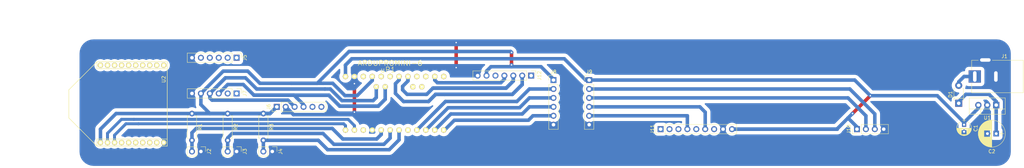
<source format=kicad_pcb>
(kicad_pcb (version 4) (host pcbnew 4.0.7-e2-6376~58~ubuntu16.04.1)

  (general
    (links 57)
    (no_connects 0)
    (area -7.849999 56.491999 284.193001 93.867619)
    (thickness 1.6)
    (drawings 6)
    (tracks 225)
    (zones 0)
    (modules 21)
    (nets 24)
  )

  (page A4)
  (layers
    (0 F.Cu mixed)
    (31 B.Cu mixed)
    (32 B.Adhes user)
    (33 F.Adhes user)
    (34 B.Paste user)
    (35 F.Paste user)
    (36 B.SilkS user)
    (37 F.SilkS user)
    (38 B.Mask user)
    (39 F.Mask user)
    (40 Dwgs.User user)
    (41 Cmts.User user)
    (42 Eco1.User user)
    (43 Eco2.User user)
    (44 Edge.Cuts user)
    (45 Margin user)
    (46 B.CrtYd user)
    (47 F.CrtYd user)
    (48 B.Fab user)
    (49 F.Fab user)
  )

  (setup
    (last_trace_width 1)
    (trace_clearance 0.42)
    (zone_clearance 1)
    (zone_45_only yes)
    (trace_min 0.2)
    (segment_width 0.2)
    (edge_width 0.15)
    (via_size 1)
    (via_drill 0.4)
    (via_min_size 0.4)
    (via_min_drill 0.3)
    (uvia_size 0.3)
    (uvia_drill 0.1)
    (uvias_allowed no)
    (uvia_min_size 0.2)
    (uvia_min_drill 0.1)
    (pcb_text_width 0.3)
    (pcb_text_size 1.5 1.5)
    (mod_edge_width 0.15)
    (mod_text_size 1 1)
    (mod_text_width 0.15)
    (pad_size 1.524 1.524)
    (pad_drill 0.762)
    (pad_to_mask_clearance 0.2)
    (aux_axis_origin 0 0)
    (visible_elements FFFFFF7F)
    (pcbplotparams
      (layerselection 0x00030_80000001)
      (usegerberextensions false)
      (excludeedgelayer true)
      (linewidth 0.100000)
      (plotframeref false)
      (viasonmask false)
      (mode 1)
      (useauxorigin false)
      (hpglpennumber 1)
      (hpglpenspeed 20)
      (hpglpendiameter 15)
      (hpglpenoverlay 2)
      (psnegative false)
      (psa4output false)
      (plotreference true)
      (plotvalue true)
      (plotinvisibletext false)
      (padsonsilk false)
      (subtractmaskfromsilk false)
      (outputformat 1)
      (mirror false)
      (drillshape 1)
      (scaleselection 1)
      (outputdirectory ""))
  )

  (net 0 "")
  (net 1 5V)
  (net 2 GND)
  (net 3 "Net-(C2-Pad1)")
  (net 4 "Net-(D1-Pad2)")
  (net 5 Reed_Red)
  (net 6 Reed_Big_White)
  (net 7 Reed_Small_White)
  (net 8 3V3)
  (net 9 SDA)
  (net 10 SCL)
  (net 11 TRIG_HC)
  (net 12 ECHO_HC)
  (net 13 TRIG_URM)
  (net 14 ECHO_URM)
  (net 15 TRIG_HC_HV)
  (net 16 ECHO_HC_HV)
  (net 17 TRIG_URM_HV)
  (net 18 ECHO_URM_HV)
  (net 19 ECHO_EZ1)
  (net 20 ADC_EZ1)
  (net 21 TRIG_EZ1)
  (net 22 Rx)
  (net 23 Tx)

  (net_class Default "This is the default net class."
    (clearance 0.42)
    (trace_width 1)
    (via_dia 1)
    (via_drill 0.4)
    (uvia_dia 0.3)
    (uvia_drill 0.1)
    (add_net 3V3)
    (add_net 5V)
    (add_net ADC_EZ1)
    (add_net ECHO_EZ1)
    (add_net ECHO_HC)
    (add_net ECHO_HC_HV)
    (add_net ECHO_URM)
    (add_net ECHO_URM_HV)
    (add_net GND)
    (add_net "Net-(C2-Pad1)")
    (add_net "Net-(D1-Pad2)")
    (add_net Reed_Big_White)
    (add_net Reed_Red)
    (add_net Reed_Small_White)
    (add_net SCL)
    (add_net SDA)
    (add_net TRIG_EZ1)
    (add_net TRIG_HC)
    (add_net TRIG_HC_HV)
    (add_net TRIG_URM)
    (add_net TRIG_URM_HV)
  )

  (net_class com ""
    (clearance 0.42)
    (trace_width 0.84)
    (via_dia 0.6)
    (via_drill 0.4)
    (uvia_dia 0.3)
    (uvia_drill 0.1)
    (add_net Rx)
    (add_net Tx)
  )

  (module Capacitors_THT:CP_Radial_D7.5mm_P2.50mm (layer F.Cu) (tedit 597BC7C2) (tstamp 5A1D74D2)
    (at 275.844 83.82 180)
    (descr "CP, Radial series, Radial, pin pitch=2.50mm, , diameter=7.5mm, Electrolytic Capacitor")
    (tags "CP Radial series Radial pin pitch 2.50mm  diameter 7.5mm Electrolytic Capacitor")
    (path /5A1DC206)
    (fp_text reference C2 (at 1.25 -5.06 180) (layer F.SilkS)
      (effects (font (size 1 1) (thickness 0.15)))
    )
    (fp_text value 220uF (at 1.25 5.06 180) (layer F.Fab)
      (effects (font (size 1 1) (thickness 0.15)))
    )
    (fp_circle (center 1.25 0) (end 5 0) (layer F.Fab) (width 0.1))
    (fp_circle (center 1.25 0) (end 5.09 0) (layer F.SilkS) (width 0.12))
    (fp_line (start -2.2 0) (end -1 0) (layer F.Fab) (width 0.1))
    (fp_line (start -1.6 -0.65) (end -1.6 0.65) (layer F.Fab) (width 0.1))
    (fp_line (start 1.25 -3.8) (end 1.25 3.8) (layer F.SilkS) (width 0.12))
    (fp_line (start 1.29 -3.8) (end 1.29 3.8) (layer F.SilkS) (width 0.12))
    (fp_line (start 1.33 -3.8) (end 1.33 3.8) (layer F.SilkS) (width 0.12))
    (fp_line (start 1.37 -3.799) (end 1.37 3.799) (layer F.SilkS) (width 0.12))
    (fp_line (start 1.41 -3.797) (end 1.41 3.797) (layer F.SilkS) (width 0.12))
    (fp_line (start 1.45 -3.795) (end 1.45 3.795) (layer F.SilkS) (width 0.12))
    (fp_line (start 1.49 -3.793) (end 1.49 3.793) (layer F.SilkS) (width 0.12))
    (fp_line (start 1.53 -3.79) (end 1.53 -0.98) (layer F.SilkS) (width 0.12))
    (fp_line (start 1.53 0.98) (end 1.53 3.79) (layer F.SilkS) (width 0.12))
    (fp_line (start 1.57 -3.787) (end 1.57 -0.98) (layer F.SilkS) (width 0.12))
    (fp_line (start 1.57 0.98) (end 1.57 3.787) (layer F.SilkS) (width 0.12))
    (fp_line (start 1.61 -3.784) (end 1.61 -0.98) (layer F.SilkS) (width 0.12))
    (fp_line (start 1.61 0.98) (end 1.61 3.784) (layer F.SilkS) (width 0.12))
    (fp_line (start 1.65 -3.78) (end 1.65 -0.98) (layer F.SilkS) (width 0.12))
    (fp_line (start 1.65 0.98) (end 1.65 3.78) (layer F.SilkS) (width 0.12))
    (fp_line (start 1.69 -3.775) (end 1.69 -0.98) (layer F.SilkS) (width 0.12))
    (fp_line (start 1.69 0.98) (end 1.69 3.775) (layer F.SilkS) (width 0.12))
    (fp_line (start 1.73 -3.77) (end 1.73 -0.98) (layer F.SilkS) (width 0.12))
    (fp_line (start 1.73 0.98) (end 1.73 3.77) (layer F.SilkS) (width 0.12))
    (fp_line (start 1.77 -3.765) (end 1.77 -0.98) (layer F.SilkS) (width 0.12))
    (fp_line (start 1.77 0.98) (end 1.77 3.765) (layer F.SilkS) (width 0.12))
    (fp_line (start 1.81 -3.759) (end 1.81 -0.98) (layer F.SilkS) (width 0.12))
    (fp_line (start 1.81 0.98) (end 1.81 3.759) (layer F.SilkS) (width 0.12))
    (fp_line (start 1.85 -3.753) (end 1.85 -0.98) (layer F.SilkS) (width 0.12))
    (fp_line (start 1.85 0.98) (end 1.85 3.753) (layer F.SilkS) (width 0.12))
    (fp_line (start 1.89 -3.747) (end 1.89 -0.98) (layer F.SilkS) (width 0.12))
    (fp_line (start 1.89 0.98) (end 1.89 3.747) (layer F.SilkS) (width 0.12))
    (fp_line (start 1.93 -3.74) (end 1.93 -0.98) (layer F.SilkS) (width 0.12))
    (fp_line (start 1.93 0.98) (end 1.93 3.74) (layer F.SilkS) (width 0.12))
    (fp_line (start 1.971 -3.732) (end 1.971 -0.98) (layer F.SilkS) (width 0.12))
    (fp_line (start 1.971 0.98) (end 1.971 3.732) (layer F.SilkS) (width 0.12))
    (fp_line (start 2.011 -3.725) (end 2.011 -0.98) (layer F.SilkS) (width 0.12))
    (fp_line (start 2.011 0.98) (end 2.011 3.725) (layer F.SilkS) (width 0.12))
    (fp_line (start 2.051 -3.716) (end 2.051 -0.98) (layer F.SilkS) (width 0.12))
    (fp_line (start 2.051 0.98) (end 2.051 3.716) (layer F.SilkS) (width 0.12))
    (fp_line (start 2.091 -3.707) (end 2.091 -0.98) (layer F.SilkS) (width 0.12))
    (fp_line (start 2.091 0.98) (end 2.091 3.707) (layer F.SilkS) (width 0.12))
    (fp_line (start 2.131 -3.698) (end 2.131 -0.98) (layer F.SilkS) (width 0.12))
    (fp_line (start 2.131 0.98) (end 2.131 3.698) (layer F.SilkS) (width 0.12))
    (fp_line (start 2.171 -3.689) (end 2.171 -0.98) (layer F.SilkS) (width 0.12))
    (fp_line (start 2.171 0.98) (end 2.171 3.689) (layer F.SilkS) (width 0.12))
    (fp_line (start 2.211 -3.679) (end 2.211 -0.98) (layer F.SilkS) (width 0.12))
    (fp_line (start 2.211 0.98) (end 2.211 3.679) (layer F.SilkS) (width 0.12))
    (fp_line (start 2.251 -3.668) (end 2.251 -0.98) (layer F.SilkS) (width 0.12))
    (fp_line (start 2.251 0.98) (end 2.251 3.668) (layer F.SilkS) (width 0.12))
    (fp_line (start 2.291 -3.657) (end 2.291 -0.98) (layer F.SilkS) (width 0.12))
    (fp_line (start 2.291 0.98) (end 2.291 3.657) (layer F.SilkS) (width 0.12))
    (fp_line (start 2.331 -3.645) (end 2.331 -0.98) (layer F.SilkS) (width 0.12))
    (fp_line (start 2.331 0.98) (end 2.331 3.645) (layer F.SilkS) (width 0.12))
    (fp_line (start 2.371 -3.634) (end 2.371 -0.98) (layer F.SilkS) (width 0.12))
    (fp_line (start 2.371 0.98) (end 2.371 3.634) (layer F.SilkS) (width 0.12))
    (fp_line (start 2.411 -3.621) (end 2.411 -0.98) (layer F.SilkS) (width 0.12))
    (fp_line (start 2.411 0.98) (end 2.411 3.621) (layer F.SilkS) (width 0.12))
    (fp_line (start 2.451 -3.608) (end 2.451 -0.98) (layer F.SilkS) (width 0.12))
    (fp_line (start 2.451 0.98) (end 2.451 3.608) (layer F.SilkS) (width 0.12))
    (fp_line (start 2.491 -3.595) (end 2.491 -0.98) (layer F.SilkS) (width 0.12))
    (fp_line (start 2.491 0.98) (end 2.491 3.595) (layer F.SilkS) (width 0.12))
    (fp_line (start 2.531 -3.581) (end 2.531 -0.98) (layer F.SilkS) (width 0.12))
    (fp_line (start 2.531 0.98) (end 2.531 3.581) (layer F.SilkS) (width 0.12))
    (fp_line (start 2.571 -3.566) (end 2.571 -0.98) (layer F.SilkS) (width 0.12))
    (fp_line (start 2.571 0.98) (end 2.571 3.566) (layer F.SilkS) (width 0.12))
    (fp_line (start 2.611 -3.552) (end 2.611 -0.98) (layer F.SilkS) (width 0.12))
    (fp_line (start 2.611 0.98) (end 2.611 3.552) (layer F.SilkS) (width 0.12))
    (fp_line (start 2.651 -3.536) (end 2.651 -0.98) (layer F.SilkS) (width 0.12))
    (fp_line (start 2.651 0.98) (end 2.651 3.536) (layer F.SilkS) (width 0.12))
    (fp_line (start 2.691 -3.52) (end 2.691 -0.98) (layer F.SilkS) (width 0.12))
    (fp_line (start 2.691 0.98) (end 2.691 3.52) (layer F.SilkS) (width 0.12))
    (fp_line (start 2.731 -3.504) (end 2.731 -0.98) (layer F.SilkS) (width 0.12))
    (fp_line (start 2.731 0.98) (end 2.731 3.504) (layer F.SilkS) (width 0.12))
    (fp_line (start 2.771 -3.487) (end 2.771 -0.98) (layer F.SilkS) (width 0.12))
    (fp_line (start 2.771 0.98) (end 2.771 3.487) (layer F.SilkS) (width 0.12))
    (fp_line (start 2.811 -3.469) (end 2.811 -0.98) (layer F.SilkS) (width 0.12))
    (fp_line (start 2.811 0.98) (end 2.811 3.469) (layer F.SilkS) (width 0.12))
    (fp_line (start 2.851 -3.451) (end 2.851 -0.98) (layer F.SilkS) (width 0.12))
    (fp_line (start 2.851 0.98) (end 2.851 3.451) (layer F.SilkS) (width 0.12))
    (fp_line (start 2.891 -3.433) (end 2.891 -0.98) (layer F.SilkS) (width 0.12))
    (fp_line (start 2.891 0.98) (end 2.891 3.433) (layer F.SilkS) (width 0.12))
    (fp_line (start 2.931 -3.413) (end 2.931 -0.98) (layer F.SilkS) (width 0.12))
    (fp_line (start 2.931 0.98) (end 2.931 3.413) (layer F.SilkS) (width 0.12))
    (fp_line (start 2.971 -3.394) (end 2.971 -0.98) (layer F.SilkS) (width 0.12))
    (fp_line (start 2.971 0.98) (end 2.971 3.394) (layer F.SilkS) (width 0.12))
    (fp_line (start 3.011 -3.373) (end 3.011 -0.98) (layer F.SilkS) (width 0.12))
    (fp_line (start 3.011 0.98) (end 3.011 3.373) (layer F.SilkS) (width 0.12))
    (fp_line (start 3.051 -3.352) (end 3.051 -0.98) (layer F.SilkS) (width 0.12))
    (fp_line (start 3.051 0.98) (end 3.051 3.352) (layer F.SilkS) (width 0.12))
    (fp_line (start 3.091 -3.331) (end 3.091 -0.98) (layer F.SilkS) (width 0.12))
    (fp_line (start 3.091 0.98) (end 3.091 3.331) (layer F.SilkS) (width 0.12))
    (fp_line (start 3.131 -3.309) (end 3.131 -0.98) (layer F.SilkS) (width 0.12))
    (fp_line (start 3.131 0.98) (end 3.131 3.309) (layer F.SilkS) (width 0.12))
    (fp_line (start 3.171 -3.286) (end 3.171 -0.98) (layer F.SilkS) (width 0.12))
    (fp_line (start 3.171 0.98) (end 3.171 3.286) (layer F.SilkS) (width 0.12))
    (fp_line (start 3.211 -3.263) (end 3.211 -0.98) (layer F.SilkS) (width 0.12))
    (fp_line (start 3.211 0.98) (end 3.211 3.263) (layer F.SilkS) (width 0.12))
    (fp_line (start 3.251 -3.239) (end 3.251 -0.98) (layer F.SilkS) (width 0.12))
    (fp_line (start 3.251 0.98) (end 3.251 3.239) (layer F.SilkS) (width 0.12))
    (fp_line (start 3.291 -3.214) (end 3.291 -0.98) (layer F.SilkS) (width 0.12))
    (fp_line (start 3.291 0.98) (end 3.291 3.214) (layer F.SilkS) (width 0.12))
    (fp_line (start 3.331 -3.188) (end 3.331 -0.98) (layer F.SilkS) (width 0.12))
    (fp_line (start 3.331 0.98) (end 3.331 3.188) (layer F.SilkS) (width 0.12))
    (fp_line (start 3.371 -3.162) (end 3.371 -0.98) (layer F.SilkS) (width 0.12))
    (fp_line (start 3.371 0.98) (end 3.371 3.162) (layer F.SilkS) (width 0.12))
    (fp_line (start 3.411 -3.135) (end 3.411 -0.98) (layer F.SilkS) (width 0.12))
    (fp_line (start 3.411 0.98) (end 3.411 3.135) (layer F.SilkS) (width 0.12))
    (fp_line (start 3.451 -3.108) (end 3.451 -0.98) (layer F.SilkS) (width 0.12))
    (fp_line (start 3.451 0.98) (end 3.451 3.108) (layer F.SilkS) (width 0.12))
    (fp_line (start 3.491 -3.079) (end 3.491 3.079) (layer F.SilkS) (width 0.12))
    (fp_line (start 3.531 -3.05) (end 3.531 3.05) (layer F.SilkS) (width 0.12))
    (fp_line (start 3.571 -3.02) (end 3.571 3.02) (layer F.SilkS) (width 0.12))
    (fp_line (start 3.611 -2.99) (end 3.611 2.99) (layer F.SilkS) (width 0.12))
    (fp_line (start 3.651 -2.958) (end 3.651 2.958) (layer F.SilkS) (width 0.12))
    (fp_line (start 3.691 -2.926) (end 3.691 2.926) (layer F.SilkS) (width 0.12))
    (fp_line (start 3.731 -2.892) (end 3.731 2.892) (layer F.SilkS) (width 0.12))
    (fp_line (start 3.771 -2.858) (end 3.771 2.858) (layer F.SilkS) (width 0.12))
    (fp_line (start 3.811 -2.823) (end 3.811 2.823) (layer F.SilkS) (width 0.12))
    (fp_line (start 3.851 -2.786) (end 3.851 2.786) (layer F.SilkS) (width 0.12))
    (fp_line (start 3.891 -2.749) (end 3.891 2.749) (layer F.SilkS) (width 0.12))
    (fp_line (start 3.931 -2.711) (end 3.931 2.711) (layer F.SilkS) (width 0.12))
    (fp_line (start 3.971 -2.671) (end 3.971 2.671) (layer F.SilkS) (width 0.12))
    (fp_line (start 4.011 -2.63) (end 4.011 2.63) (layer F.SilkS) (width 0.12))
    (fp_line (start 4.051 -2.588) (end 4.051 2.588) (layer F.SilkS) (width 0.12))
    (fp_line (start 4.091 -2.545) (end 4.091 2.545) (layer F.SilkS) (width 0.12))
    (fp_line (start 4.131 -2.5) (end 4.131 2.5) (layer F.SilkS) (width 0.12))
    (fp_line (start 4.171 -2.454) (end 4.171 2.454) (layer F.SilkS) (width 0.12))
    (fp_line (start 4.211 -2.407) (end 4.211 2.407) (layer F.SilkS) (width 0.12))
    (fp_line (start 4.251 -2.357) (end 4.251 2.357) (layer F.SilkS) (width 0.12))
    (fp_line (start 4.291 -2.307) (end 4.291 2.307) (layer F.SilkS) (width 0.12))
    (fp_line (start 4.331 -2.254) (end 4.331 2.254) (layer F.SilkS) (width 0.12))
    (fp_line (start 4.371 -2.199) (end 4.371 2.199) (layer F.SilkS) (width 0.12))
    (fp_line (start 4.411 -2.142) (end 4.411 2.142) (layer F.SilkS) (width 0.12))
    (fp_line (start 4.451 -2.083) (end 4.451 2.083) (layer F.SilkS) (width 0.12))
    (fp_line (start 4.491 -2.022) (end 4.491 2.022) (layer F.SilkS) (width 0.12))
    (fp_line (start 4.531 -1.957) (end 4.531 1.957) (layer F.SilkS) (width 0.12))
    (fp_line (start 4.571 -1.89) (end 4.571 1.89) (layer F.SilkS) (width 0.12))
    (fp_line (start 4.611 -1.82) (end 4.611 1.82) (layer F.SilkS) (width 0.12))
    (fp_line (start 4.651 -1.745) (end 4.651 1.745) (layer F.SilkS) (width 0.12))
    (fp_line (start 4.691 -1.667) (end 4.691 1.667) (layer F.SilkS) (width 0.12))
    (fp_line (start 4.731 -1.584) (end 4.731 1.584) (layer F.SilkS) (width 0.12))
    (fp_line (start 4.771 -1.495) (end 4.771 1.495) (layer F.SilkS) (width 0.12))
    (fp_line (start 4.811 -1.4) (end 4.811 1.4) (layer F.SilkS) (width 0.12))
    (fp_line (start 4.851 -1.297) (end 4.851 1.297) (layer F.SilkS) (width 0.12))
    (fp_line (start 4.891 -1.184) (end 4.891 1.184) (layer F.SilkS) (width 0.12))
    (fp_line (start 4.931 -1.057) (end 4.931 1.057) (layer F.SilkS) (width 0.12))
    (fp_line (start 4.971 -0.913) (end 4.971 0.913) (layer F.SilkS) (width 0.12))
    (fp_line (start 5.011 -0.74) (end 5.011 0.74) (layer F.SilkS) (width 0.12))
    (fp_line (start 5.051 -0.513) (end 5.051 0.513) (layer F.SilkS) (width 0.12))
    (fp_line (start -2.2 0) (end -1 0) (layer F.SilkS) (width 0.12))
    (fp_line (start -1.6 -0.65) (end -1.6 0.65) (layer F.SilkS) (width 0.12))
    (fp_line (start -2.85 -4.1) (end -2.85 4.1) (layer F.CrtYd) (width 0.05))
    (fp_line (start -2.85 4.1) (end 5.35 4.1) (layer F.CrtYd) (width 0.05))
    (fp_line (start 5.35 4.1) (end 5.35 -4.1) (layer F.CrtYd) (width 0.05))
    (fp_line (start 5.35 -4.1) (end -2.85 -4.1) (layer F.CrtYd) (width 0.05))
    (fp_text user %R (at 1.25 0 180) (layer F.Fab)
      (effects (font (size 1 1) (thickness 0.15)))
    )
    (pad 1 thru_hole rect (at 0 0 180) (size 1.6 1.6) (drill 0.8) (layers *.Cu *.Mask)
      (net 3 "Net-(C2-Pad1)"))
    (pad 2 thru_hole circle (at 2.5 0 180) (size 1.6 1.6) (drill 0.8) (layers *.Cu *.Mask)
      (net 2 GND))
    (model ${KISYS3DMOD}/Capacitors_THT.3dshapes/CP_Radial_D7.5mm_P2.50mm.wrl
      (at (xyz 0 0 0))
      (scale (xyz 1 1 1))
      (rotate (xyz 0 0 0))
    )
  )

  (module Diodes_THT:D_T-1_P5.08mm_Horizontal (layer F.Cu) (tedit 5A1D7CC7) (tstamp 5A1D74D8)
    (at 265.176 75.184 90)
    (descr "D, T-1 series, Axial, Horizontal, pin pitch=5.08mm, , length*diameter=3.2*2.6mm^2, , http://www.diodes.com/_files/packages/T-1.pdf")
    (tags "D T-1 series Axial Horizontal pin pitch 5.08mm  length 3.2mm diameter 2.6mm")
    (path /5A1DCD3A)
    (fp_text reference D1 (at 2.54 -2.36 90) (layer F.SilkS)
      (effects (font (size 1 1) (thickness 0.15)))
    )
    (fp_text value D (at 2.54 2.36 90) (layer F.Fab)
      (effects (font (size 1 1) (thickness 0.15)))
    )
    (fp_text user %R (at 2.54 0 90) (layer F.Fab)
      (effects (font (size 1 1) (thickness 0.15)))
    )
    (fp_line (start 0.94 -1.3) (end 0.94 1.3) (layer F.Fab) (width 0.1))
    (fp_line (start 0.94 1.3) (end 4.14 1.3) (layer F.Fab) (width 0.1))
    (fp_line (start 4.14 1.3) (end 4.14 -1.3) (layer F.Fab) (width 0.1))
    (fp_line (start 4.14 -1.3) (end 0.94 -1.3) (layer F.Fab) (width 0.1))
    (fp_line (start 0 0) (end 0.94 0) (layer F.Fab) (width 0.1))
    (fp_line (start 5.08 0) (end 4.14 0) (layer F.Fab) (width 0.1))
    (fp_line (start 1.42 -1.3) (end 1.42 1.3) (layer F.Fab) (width 0.1))
    (fp_line (start 0.88 -1.18) (end 0.88 -1.36) (layer F.SilkS) (width 0.12))
    (fp_line (start 0.88 -1.36) (end 4.2 -1.36) (layer F.SilkS) (width 0.12))
    (fp_line (start 4.2 -1.36) (end 4.2 -1.18) (layer F.SilkS) (width 0.12))
    (fp_line (start 0.88 1.18) (end 0.88 1.36) (layer F.SilkS) (width 0.12))
    (fp_line (start 0.88 1.36) (end 4.2 1.36) (layer F.SilkS) (width 0.12))
    (fp_line (start 4.2 1.36) (end 4.2 1.18) (layer F.SilkS) (width 0.12))
    (fp_line (start 1.42 -1.36) (end 1.42 1.36) (layer F.SilkS) (width 0.12))
    (fp_line (start -1.25 -1.65) (end -1.25 1.65) (layer F.CrtYd) (width 0.05))
    (fp_line (start -1.25 1.65) (end 6.35 1.65) (layer F.CrtYd) (width 0.05))
    (fp_line (start 6.35 1.65) (end 6.35 -1.65) (layer F.CrtYd) (width 0.05))
    (fp_line (start 6.35 -1.65) (end -1.25 -1.65) (layer F.CrtYd) (width 0.05))
    (pad 1 thru_hole rect (at 0 0 90) (size 2 2) (drill 1) (layers *.Cu *.Mask)
      (net 3 "Net-(C2-Pad1)"))
    (pad 2 thru_hole oval (at 5.08 0 90) (size 2 2) (drill 1) (layers *.Cu *.Mask)
      (net 4 "Net-(D1-Pad2)"))
    (model ${KISYS3DMOD}/Diodes_THT.3dshapes/D_T-1_P5.08mm_Horizontal.wrl
      (at (xyz 0 0 0))
      (scale (xyz 0.393701 0.393701 0.393701))
      (rotate (xyz 0 0 0))
    )
  )

  (module Connectors:BARREL_JACK (layer F.Cu) (tedit 5861378E) (tstamp 5A1D74F7)
    (at 269.748 67.564 180)
    (descr "DC Barrel Jack")
    (tags "Power Jack")
    (path /5A1D6102)
    (fp_text reference J1 (at -8.45 5.75 360) (layer F.SilkS)
      (effects (font (size 1 1) (thickness 0.15)))
    )
    (fp_text value Barrel_Jack (at -6.2 -5.5 180) (layer F.Fab)
      (effects (font (size 1 1) (thickness 0.15)))
    )
    (fp_line (start 1 -4.5) (end 1 -4.75) (layer F.CrtYd) (width 0.05))
    (fp_line (start 1 -4.75) (end -14 -4.75) (layer F.CrtYd) (width 0.05))
    (fp_line (start 1 -4.5) (end 1 -2) (layer F.CrtYd) (width 0.05))
    (fp_line (start 1 -2) (end 2 -2) (layer F.CrtYd) (width 0.05))
    (fp_line (start 2 -2) (end 2 2) (layer F.CrtYd) (width 0.05))
    (fp_line (start 2 2) (end 1 2) (layer F.CrtYd) (width 0.05))
    (fp_line (start 1 2) (end 1 4.75) (layer F.CrtYd) (width 0.05))
    (fp_line (start 1 4.75) (end -1 4.75) (layer F.CrtYd) (width 0.05))
    (fp_line (start -1 4.75) (end -1 6.75) (layer F.CrtYd) (width 0.05))
    (fp_line (start -1 6.75) (end -5 6.75) (layer F.CrtYd) (width 0.05))
    (fp_line (start -5 6.75) (end -5 4.75) (layer F.CrtYd) (width 0.05))
    (fp_line (start -5 4.75) (end -14 4.75) (layer F.CrtYd) (width 0.05))
    (fp_line (start -14 4.75) (end -14 -4.75) (layer F.CrtYd) (width 0.05))
    (fp_line (start -5 4.6) (end -13.8 4.6) (layer F.SilkS) (width 0.12))
    (fp_line (start -13.8 4.6) (end -13.8 -4.6) (layer F.SilkS) (width 0.12))
    (fp_line (start 0.9 1.9) (end 0.9 4.6) (layer F.SilkS) (width 0.12))
    (fp_line (start 0.9 4.6) (end -1 4.6) (layer F.SilkS) (width 0.12))
    (fp_line (start -13.8 -4.6) (end 0.9 -4.6) (layer F.SilkS) (width 0.12))
    (fp_line (start 0.9 -4.6) (end 0.9 -2) (layer F.SilkS) (width 0.12))
    (fp_line (start -10.2 -4.5) (end -10.2 4.5) (layer F.Fab) (width 0.1))
    (fp_line (start -13.7 -4.5) (end -13.7 4.5) (layer F.Fab) (width 0.1))
    (fp_line (start -13.7 4.5) (end 0.8 4.5) (layer F.Fab) (width 0.1))
    (fp_line (start 0.8 4.5) (end 0.8 -4.5) (layer F.Fab) (width 0.1))
    (fp_line (start 0.8 -4.5) (end -13.7 -4.5) (layer F.Fab) (width 0.1))
    (pad 1 thru_hole rect (at 0 0 180) (size 3.5 3.5) (drill oval 1 3) (layers *.Cu *.Mask)
      (net 4 "Net-(D1-Pad2)"))
    (pad 2 thru_hole rect (at -6 0 180) (size 3.5 3.5) (drill oval 1 3) (layers *.Cu *.Mask)
      (net 2 GND))
    (pad 3 thru_hole rect (at -3 4.7 180) (size 3.5 3.5) (drill oval 3 1) (layers *.Cu *.Mask)
      (net 2 GND))
  )

  (module Socket_Strips:Socket_Strip_Straight_1x02_Pitch2.54mm (layer F.Cu) (tedit 58CD5446) (tstamp 5A1D74FD)
    (at 49.53 88.9 270)
    (descr "Through hole straight socket strip, 1x02, 2.54mm pitch, single row")
    (tags "Through hole socket strip THT 1x02 2.54mm single row")
    (path /5A1D4B8B)
    (fp_text reference J2 (at 0 -2.33 270) (layer F.SilkS)
      (effects (font (size 1 1) (thickness 0.15)))
    )
    (fp_text value Conn_01x02 (at 0 4.87 270) (layer F.Fab)
      (effects (font (size 1 1) (thickness 0.15)))
    )
    (fp_line (start -1.27 -1.27) (end -1.27 3.81) (layer F.Fab) (width 0.1))
    (fp_line (start -1.27 3.81) (end 1.27 3.81) (layer F.Fab) (width 0.1))
    (fp_line (start 1.27 3.81) (end 1.27 -1.27) (layer F.Fab) (width 0.1))
    (fp_line (start 1.27 -1.27) (end -1.27 -1.27) (layer F.Fab) (width 0.1))
    (fp_line (start -1.33 1.27) (end -1.33 3.87) (layer F.SilkS) (width 0.12))
    (fp_line (start -1.33 3.87) (end 1.33 3.87) (layer F.SilkS) (width 0.12))
    (fp_line (start 1.33 3.87) (end 1.33 1.27) (layer F.SilkS) (width 0.12))
    (fp_line (start 1.33 1.27) (end -1.33 1.27) (layer F.SilkS) (width 0.12))
    (fp_line (start -1.33 0) (end -1.33 -1.33) (layer F.SilkS) (width 0.12))
    (fp_line (start -1.33 -1.33) (end 0 -1.33) (layer F.SilkS) (width 0.12))
    (fp_line (start -1.8 -1.8) (end -1.8 4.35) (layer F.CrtYd) (width 0.05))
    (fp_line (start -1.8 4.35) (end 1.8 4.35) (layer F.CrtYd) (width 0.05))
    (fp_line (start 1.8 4.35) (end 1.8 -1.8) (layer F.CrtYd) (width 0.05))
    (fp_line (start 1.8 -1.8) (end -1.8 -1.8) (layer F.CrtYd) (width 0.05))
    (fp_text user %R (at 0 -2.33 270) (layer F.Fab)
      (effects (font (size 1 1) (thickness 0.15)))
    )
    (pad 1 thru_hole rect (at 0 0 270) (size 1.7 1.7) (drill 1) (layers *.Cu *.Mask)
      (net 2 GND))
    (pad 2 thru_hole oval (at 0 2.54 270) (size 1.7 1.7) (drill 1) (layers *.Cu *.Mask)
      (net 5 Reed_Red))
    (model ${KISYS3DMOD}/Socket_Strips.3dshapes/Socket_Strip_Straight_1x02_Pitch2.54mm.wrl
      (at (xyz 0 -0.05 0))
      (scale (xyz 1 1 1))
      (rotate (xyz 0 0 270))
    )
  )

  (module Socket_Strips:Socket_Strip_Straight_1x02_Pitch2.54mm (layer F.Cu) (tedit 58CD5446) (tstamp 5A1D7503)
    (at 59.69 88.9 270)
    (descr "Through hole straight socket strip, 1x02, 2.54mm pitch, single row")
    (tags "Through hole socket strip THT 1x02 2.54mm single row")
    (path /5A1D4FAE)
    (fp_text reference J3 (at 0 -2.33 270) (layer F.SilkS)
      (effects (font (size 1 1) (thickness 0.15)))
    )
    (fp_text value Conn_01x02 (at 0 4.87 270) (layer F.Fab)
      (effects (font (size 1 1) (thickness 0.15)))
    )
    (fp_line (start -1.27 -1.27) (end -1.27 3.81) (layer F.Fab) (width 0.1))
    (fp_line (start -1.27 3.81) (end 1.27 3.81) (layer F.Fab) (width 0.1))
    (fp_line (start 1.27 3.81) (end 1.27 -1.27) (layer F.Fab) (width 0.1))
    (fp_line (start 1.27 -1.27) (end -1.27 -1.27) (layer F.Fab) (width 0.1))
    (fp_line (start -1.33 1.27) (end -1.33 3.87) (layer F.SilkS) (width 0.12))
    (fp_line (start -1.33 3.87) (end 1.33 3.87) (layer F.SilkS) (width 0.12))
    (fp_line (start 1.33 3.87) (end 1.33 1.27) (layer F.SilkS) (width 0.12))
    (fp_line (start 1.33 1.27) (end -1.33 1.27) (layer F.SilkS) (width 0.12))
    (fp_line (start -1.33 0) (end -1.33 -1.33) (layer F.SilkS) (width 0.12))
    (fp_line (start -1.33 -1.33) (end 0 -1.33) (layer F.SilkS) (width 0.12))
    (fp_line (start -1.8 -1.8) (end -1.8 4.35) (layer F.CrtYd) (width 0.05))
    (fp_line (start -1.8 4.35) (end 1.8 4.35) (layer F.CrtYd) (width 0.05))
    (fp_line (start 1.8 4.35) (end 1.8 -1.8) (layer F.CrtYd) (width 0.05))
    (fp_line (start 1.8 -1.8) (end -1.8 -1.8) (layer F.CrtYd) (width 0.05))
    (fp_text user %R (at 0 -2.33 270) (layer F.Fab)
      (effects (font (size 1 1) (thickness 0.15)))
    )
    (pad 1 thru_hole rect (at 0 0 270) (size 1.7 1.7) (drill 1) (layers *.Cu *.Mask)
      (net 2 GND))
    (pad 2 thru_hole oval (at 0 2.54 270) (size 1.7 1.7) (drill 1) (layers *.Cu *.Mask)
      (net 6 Reed_Big_White))
    (model ${KISYS3DMOD}/Socket_Strips.3dshapes/Socket_Strip_Straight_1x02_Pitch2.54mm.wrl
      (at (xyz 0 -0.05 0))
      (scale (xyz 1 1 1))
      (rotate (xyz 0 0 270))
    )
  )

  (module Socket_Strips:Socket_Strip_Straight_1x02_Pitch2.54mm (layer F.Cu) (tedit 58CD5446) (tstamp 5A1D7509)
    (at 69.85 88.9 270)
    (descr "Through hole straight socket strip, 1x02, 2.54mm pitch, single row")
    (tags "Through hole socket strip THT 1x02 2.54mm single row")
    (path /5A1D502F)
    (fp_text reference J4 (at 0 -2.33 270) (layer F.SilkS)
      (effects (font (size 1 1) (thickness 0.15)))
    )
    (fp_text value Conn_01x02 (at 0 4.87 270) (layer F.Fab)
      (effects (font (size 1 1) (thickness 0.15)))
    )
    (fp_line (start -1.27 -1.27) (end -1.27 3.81) (layer F.Fab) (width 0.1))
    (fp_line (start -1.27 3.81) (end 1.27 3.81) (layer F.Fab) (width 0.1))
    (fp_line (start 1.27 3.81) (end 1.27 -1.27) (layer F.Fab) (width 0.1))
    (fp_line (start 1.27 -1.27) (end -1.27 -1.27) (layer F.Fab) (width 0.1))
    (fp_line (start -1.33 1.27) (end -1.33 3.87) (layer F.SilkS) (width 0.12))
    (fp_line (start -1.33 3.87) (end 1.33 3.87) (layer F.SilkS) (width 0.12))
    (fp_line (start 1.33 3.87) (end 1.33 1.27) (layer F.SilkS) (width 0.12))
    (fp_line (start 1.33 1.27) (end -1.33 1.27) (layer F.SilkS) (width 0.12))
    (fp_line (start -1.33 0) (end -1.33 -1.33) (layer F.SilkS) (width 0.12))
    (fp_line (start -1.33 -1.33) (end 0 -1.33) (layer F.SilkS) (width 0.12))
    (fp_line (start -1.8 -1.8) (end -1.8 4.35) (layer F.CrtYd) (width 0.05))
    (fp_line (start -1.8 4.35) (end 1.8 4.35) (layer F.CrtYd) (width 0.05))
    (fp_line (start 1.8 4.35) (end 1.8 -1.8) (layer F.CrtYd) (width 0.05))
    (fp_line (start 1.8 -1.8) (end -1.8 -1.8) (layer F.CrtYd) (width 0.05))
    (fp_text user %R (at 0 -2.33 270) (layer F.Fab)
      (effects (font (size 1 1) (thickness 0.15)))
    )
    (pad 1 thru_hole rect (at 0 0 270) (size 1.7 1.7) (drill 1) (layers *.Cu *.Mask)
      (net 2 GND))
    (pad 2 thru_hole oval (at 0 2.54 270) (size 1.7 1.7) (drill 1) (layers *.Cu *.Mask)
      (net 7 Reed_Small_White))
    (model ${KISYS3DMOD}/Socket_Strips.3dshapes/Socket_Strip_Straight_1x02_Pitch2.54mm.wrl
      (at (xyz 0 -0.05 0))
      (scale (xyz 1 1 1))
      (rotate (xyz 0 0 270))
    )
  )

  (module Socket_Strips:Socket_Strip_Straight_1x06_Pitch2.54mm (layer F.Cu) (tedit 58CD5446) (tstamp 5A1D7513)
    (at 59.69 62.23 270)
    (descr "Through hole straight socket strip, 1x06, 2.54mm pitch, single row")
    (tags "Through hole socket strip THT 1x06 2.54mm single row")
    (path /5A1D5413)
    (fp_text reference J5 (at 0 -2.33 270) (layer F.SilkS)
      (effects (font (size 1 1) (thickness 0.15)))
    )
    (fp_text value LIS3DH_1 (at 0 15.03 270) (layer F.Fab)
      (effects (font (size 1 1) (thickness 0.15)))
    )
    (fp_line (start -1.27 -1.27) (end -1.27 13.97) (layer F.Fab) (width 0.1))
    (fp_line (start -1.27 13.97) (end 1.27 13.97) (layer F.Fab) (width 0.1))
    (fp_line (start 1.27 13.97) (end 1.27 -1.27) (layer F.Fab) (width 0.1))
    (fp_line (start 1.27 -1.27) (end -1.27 -1.27) (layer F.Fab) (width 0.1))
    (fp_line (start -1.33 1.27) (end -1.33 14.03) (layer F.SilkS) (width 0.12))
    (fp_line (start -1.33 14.03) (end 1.33 14.03) (layer F.SilkS) (width 0.12))
    (fp_line (start 1.33 14.03) (end 1.33 1.27) (layer F.SilkS) (width 0.12))
    (fp_line (start 1.33 1.27) (end -1.33 1.27) (layer F.SilkS) (width 0.12))
    (fp_line (start -1.33 0) (end -1.33 -1.33) (layer F.SilkS) (width 0.12))
    (fp_line (start -1.33 -1.33) (end 0 -1.33) (layer F.SilkS) (width 0.12))
    (fp_line (start -1.8 -1.8) (end -1.8 14.5) (layer F.CrtYd) (width 0.05))
    (fp_line (start -1.8 14.5) (end 1.8 14.5) (layer F.CrtYd) (width 0.05))
    (fp_line (start 1.8 14.5) (end 1.8 -1.8) (layer F.CrtYd) (width 0.05))
    (fp_line (start 1.8 -1.8) (end -1.8 -1.8) (layer F.CrtYd) (width 0.05))
    (fp_text user %R (at 0 -2.33 270) (layer F.Fab)
      (effects (font (size 1 1) (thickness 0.15)))
    )
    (pad 1 thru_hole rect (at 0 0 270) (size 1.7 1.7) (drill 1) (layers *.Cu *.Mask))
    (pad 2 thru_hole oval (at 0 2.54 270) (size 1.7 1.7) (drill 1) (layers *.Cu *.Mask))
    (pad 3 thru_hole oval (at 0 5.08 270) (size 1.7 1.7) (drill 1) (layers *.Cu *.Mask))
    (pad 4 thru_hole oval (at 0 7.62 270) (size 1.7 1.7) (drill 1) (layers *.Cu *.Mask))
    (pad 5 thru_hole oval (at 0 10.16 270) (size 1.7 1.7) (drill 1) (layers *.Cu *.Mask))
    (pad 6 thru_hole oval (at 0 12.7 270) (size 1.7 1.7) (drill 1) (layers *.Cu *.Mask)
      (net 2 GND))
    (model ${KISYS3DMOD}/Socket_Strips.3dshapes/Socket_Strip_Straight_1x06_Pitch2.54mm.wrl
      (at (xyz 0 -0.25 0))
      (scale (xyz 1 1 1))
      (rotate (xyz 0 0 270))
    )
  )

  (module Socket_Strips:Socket_Strip_Straight_1x06_Pitch2.54mm (layer F.Cu) (tedit 58CD5446) (tstamp 5A1D751D)
    (at 71.12 76.2 90)
    (descr "Through hole straight socket strip, 1x06, 2.54mm pitch, single row")
    (tags "Through hole socket strip THT 1x06 2.54mm single row")
    (path /5A1D5294)
    (fp_text reference J6 (at 0 -2.33 90) (layer F.SilkS)
      (effects (font (size 1 1) (thickness 0.15)))
    )
    (fp_text value ITG3200 (at 0 15.03 90) (layer F.Fab)
      (effects (font (size 1 1) (thickness 0.15)))
    )
    (fp_line (start -1.27 -1.27) (end -1.27 13.97) (layer F.Fab) (width 0.1))
    (fp_line (start -1.27 13.97) (end 1.27 13.97) (layer F.Fab) (width 0.1))
    (fp_line (start 1.27 13.97) (end 1.27 -1.27) (layer F.Fab) (width 0.1))
    (fp_line (start 1.27 -1.27) (end -1.27 -1.27) (layer F.Fab) (width 0.1))
    (fp_line (start -1.33 1.27) (end -1.33 14.03) (layer F.SilkS) (width 0.12))
    (fp_line (start -1.33 14.03) (end 1.33 14.03) (layer F.SilkS) (width 0.12))
    (fp_line (start 1.33 14.03) (end 1.33 1.27) (layer F.SilkS) (width 0.12))
    (fp_line (start 1.33 1.27) (end -1.33 1.27) (layer F.SilkS) (width 0.12))
    (fp_line (start -1.33 0) (end -1.33 -1.33) (layer F.SilkS) (width 0.12))
    (fp_line (start -1.33 -1.33) (end 0 -1.33) (layer F.SilkS) (width 0.12))
    (fp_line (start -1.8 -1.8) (end -1.8 14.5) (layer F.CrtYd) (width 0.05))
    (fp_line (start -1.8 14.5) (end 1.8 14.5) (layer F.CrtYd) (width 0.05))
    (fp_line (start 1.8 14.5) (end 1.8 -1.8) (layer F.CrtYd) (width 0.05))
    (fp_line (start 1.8 -1.8) (end -1.8 -1.8) (layer F.CrtYd) (width 0.05))
    (fp_text user %R (at 0 -2.33 90) (layer F.Fab)
      (effects (font (size 1 1) (thickness 0.15)))
    )
    (pad 1 thru_hole rect (at 0 0 90) (size 1.7 1.7) (drill 1) (layers *.Cu *.Mask)
      (net 8 3V3))
    (pad 2 thru_hole oval (at 0 2.54 90) (size 1.7 1.7) (drill 1) (layers *.Cu *.Mask)
      (net 2 GND))
    (pad 3 thru_hole oval (at 0 5.08 90) (size 1.7 1.7) (drill 1) (layers *.Cu *.Mask)
      (net 9 SDA))
    (pad 4 thru_hole oval (at 0 7.62 90) (size 1.7 1.7) (drill 1) (layers *.Cu *.Mask)
      (net 10 SCL))
    (pad 5 thru_hole oval (at 0 10.16 90) (size 1.7 1.7) (drill 1) (layers *.Cu *.Mask))
    (pad 6 thru_hole oval (at 0 12.7 90) (size 1.7 1.7) (drill 1) (layers *.Cu *.Mask))
    (model ${KISYS3DMOD}/Socket_Strips.3dshapes/Socket_Strip_Straight_1x06_Pitch2.54mm.wrl
      (at (xyz 0 -0.25 0))
      (scale (xyz 1 1 1))
      (rotate (xyz 0 0 270))
    )
  )

  (module Socket_Strips:Socket_Strip_Straight_1x06_Pitch2.54mm (layer F.Cu) (tedit 58CD5446) (tstamp 5A1D7527)
    (at 59.69 72.39 270)
    (descr "Through hole straight socket strip, 1x06, 2.54mm pitch, single row")
    (tags "Through hole socket strip THT 1x06 2.54mm single row")
    (path /5A1D5489)
    (fp_text reference J7 (at 0 -2.33 270) (layer F.SilkS)
      (effects (font (size 1 1) (thickness 0.15)))
    )
    (fp_text value LIS3DH_2 (at 0 15.03 270) (layer F.Fab)
      (effects (font (size 1 1) (thickness 0.15)))
    )
    (fp_line (start -1.27 -1.27) (end -1.27 13.97) (layer F.Fab) (width 0.1))
    (fp_line (start -1.27 13.97) (end 1.27 13.97) (layer F.Fab) (width 0.1))
    (fp_line (start 1.27 13.97) (end 1.27 -1.27) (layer F.Fab) (width 0.1))
    (fp_line (start 1.27 -1.27) (end -1.27 -1.27) (layer F.Fab) (width 0.1))
    (fp_line (start -1.33 1.27) (end -1.33 14.03) (layer F.SilkS) (width 0.12))
    (fp_line (start -1.33 14.03) (end 1.33 14.03) (layer F.SilkS) (width 0.12))
    (fp_line (start 1.33 14.03) (end 1.33 1.27) (layer F.SilkS) (width 0.12))
    (fp_line (start 1.33 1.27) (end -1.33 1.27) (layer F.SilkS) (width 0.12))
    (fp_line (start -1.33 0) (end -1.33 -1.33) (layer F.SilkS) (width 0.12))
    (fp_line (start -1.33 -1.33) (end 0 -1.33) (layer F.SilkS) (width 0.12))
    (fp_line (start -1.8 -1.8) (end -1.8 14.5) (layer F.CrtYd) (width 0.05))
    (fp_line (start -1.8 14.5) (end 1.8 14.5) (layer F.CrtYd) (width 0.05))
    (fp_line (start 1.8 14.5) (end 1.8 -1.8) (layer F.CrtYd) (width 0.05))
    (fp_line (start 1.8 -1.8) (end -1.8 -1.8) (layer F.CrtYd) (width 0.05))
    (fp_text user %R (at 0 -2.33 270) (layer F.Fab)
      (effects (font (size 1 1) (thickness 0.15)))
    )
    (pad 1 thru_hole rect (at 0 0 270) (size 1.7 1.7) (drill 1) (layers *.Cu *.Mask))
    (pad 2 thru_hole oval (at 0 2.54 270) (size 1.7 1.7) (drill 1) (layers *.Cu *.Mask))
    (pad 3 thru_hole oval (at 0 5.08 270) (size 1.7 1.7) (drill 1) (layers *.Cu *.Mask)
      (net 10 SCL))
    (pad 4 thru_hole oval (at 0 7.62 270) (size 1.7 1.7) (drill 1) (layers *.Cu *.Mask)
      (net 9 SDA))
    (pad 5 thru_hole oval (at 0 10.16 270) (size 1.7 1.7) (drill 1) (layers *.Cu *.Mask)
      (net 8 3V3))
    (pad 6 thru_hole oval (at 0 12.7 270) (size 1.7 1.7) (drill 1) (layers *.Cu *.Mask)
      (net 2 GND))
    (model ${KISYS3DMOD}/Socket_Strips.3dshapes/Socket_Strip_Straight_1x06_Pitch2.54mm.wrl
      (at (xyz 0 -0.25 0))
      (scale (xyz 1 1 1))
      (rotate (xyz 0 0 270))
    )
  )

  (module Socket_Strips:Socket_Strip_Straight_1x06_Pitch2.54mm (layer F.Cu) (tedit 58CD5446) (tstamp 5A1D7531)
    (at 149.86 68.58)
    (descr "Through hole straight socket strip, 1x06, 2.54mm pitch, single row")
    (tags "Through hole socket strip THT 1x06 2.54mm single row")
    (path /5A1D5A9C)
    (fp_text reference J8 (at 0 -2.33) (layer F.SilkS)
      (effects (font (size 1 1) (thickness 0.15)))
    )
    (fp_text value TTL_Level_Shifter_1 (at 0 15.03) (layer F.Fab)
      (effects (font (size 1 1) (thickness 0.15)))
    )
    (fp_line (start -1.27 -1.27) (end -1.27 13.97) (layer F.Fab) (width 0.1))
    (fp_line (start -1.27 13.97) (end 1.27 13.97) (layer F.Fab) (width 0.1))
    (fp_line (start 1.27 13.97) (end 1.27 -1.27) (layer F.Fab) (width 0.1))
    (fp_line (start 1.27 -1.27) (end -1.27 -1.27) (layer F.Fab) (width 0.1))
    (fp_line (start -1.33 1.27) (end -1.33 14.03) (layer F.SilkS) (width 0.12))
    (fp_line (start -1.33 14.03) (end 1.33 14.03) (layer F.SilkS) (width 0.12))
    (fp_line (start 1.33 14.03) (end 1.33 1.27) (layer F.SilkS) (width 0.12))
    (fp_line (start 1.33 1.27) (end -1.33 1.27) (layer F.SilkS) (width 0.12))
    (fp_line (start -1.33 0) (end -1.33 -1.33) (layer F.SilkS) (width 0.12))
    (fp_line (start -1.33 -1.33) (end 0 -1.33) (layer F.SilkS) (width 0.12))
    (fp_line (start -1.8 -1.8) (end -1.8 14.5) (layer F.CrtYd) (width 0.05))
    (fp_line (start -1.8 14.5) (end 1.8 14.5) (layer F.CrtYd) (width 0.05))
    (fp_line (start 1.8 14.5) (end 1.8 -1.8) (layer F.CrtYd) (width 0.05))
    (fp_line (start 1.8 -1.8) (end -1.8 -1.8) (layer F.CrtYd) (width 0.05))
    (fp_text user %R (at 0 -2.33) (layer F.Fab)
      (effects (font (size 1 1) (thickness 0.15)))
    )
    (pad 1 thru_hole rect (at 0 0) (size 1.7 1.7) (drill 1) (layers *.Cu *.Mask)
      (net 8 3V3))
    (pad 2 thru_hole oval (at 0 2.54) (size 1.7 1.7) (drill 1) (layers *.Cu *.Mask)
      (net 11 TRIG_HC))
    (pad 3 thru_hole oval (at 0 5.08) (size 1.7 1.7) (drill 1) (layers *.Cu *.Mask)
      (net 12 ECHO_HC))
    (pad 4 thru_hole oval (at 0 7.62) (size 1.7 1.7) (drill 1) (layers *.Cu *.Mask)
      (net 13 TRIG_URM))
    (pad 5 thru_hole oval (at 0 10.16) (size 1.7 1.7) (drill 1) (layers *.Cu *.Mask)
      (net 14 ECHO_URM))
    (pad 6 thru_hole oval (at 0 12.7) (size 1.7 1.7) (drill 1) (layers *.Cu *.Mask)
      (net 2 GND))
    (model ${KISYS3DMOD}/Socket_Strips.3dshapes/Socket_Strip_Straight_1x06_Pitch2.54mm.wrl
      (at (xyz 0 -0.25 0))
      (scale (xyz 1 1 1))
      (rotate (xyz 0 0 270))
    )
  )

  (module Socket_Strips:Socket_Strip_Straight_1x06_Pitch2.54mm (layer F.Cu) (tedit 58CD5446) (tstamp 5A1D753B)
    (at 160.02 68.58)
    (descr "Through hole straight socket strip, 1x06, 2.54mm pitch, single row")
    (tags "Through hole socket strip THT 1x06 2.54mm single row")
    (path /5A1D5B83)
    (fp_text reference J9 (at 0 -2.33) (layer F.SilkS)
      (effects (font (size 1 1) (thickness 0.15)))
    )
    (fp_text value TTL_Level_Shifter_2 (at 0 15.03) (layer F.Fab)
      (effects (font (size 1 1) (thickness 0.15)))
    )
    (fp_line (start -1.27 -1.27) (end -1.27 13.97) (layer F.Fab) (width 0.1))
    (fp_line (start -1.27 13.97) (end 1.27 13.97) (layer F.Fab) (width 0.1))
    (fp_line (start 1.27 13.97) (end 1.27 -1.27) (layer F.Fab) (width 0.1))
    (fp_line (start 1.27 -1.27) (end -1.27 -1.27) (layer F.Fab) (width 0.1))
    (fp_line (start -1.33 1.27) (end -1.33 14.03) (layer F.SilkS) (width 0.12))
    (fp_line (start -1.33 14.03) (end 1.33 14.03) (layer F.SilkS) (width 0.12))
    (fp_line (start 1.33 14.03) (end 1.33 1.27) (layer F.SilkS) (width 0.12))
    (fp_line (start 1.33 1.27) (end -1.33 1.27) (layer F.SilkS) (width 0.12))
    (fp_line (start -1.33 0) (end -1.33 -1.33) (layer F.SilkS) (width 0.12))
    (fp_line (start -1.33 -1.33) (end 0 -1.33) (layer F.SilkS) (width 0.12))
    (fp_line (start -1.8 -1.8) (end -1.8 14.5) (layer F.CrtYd) (width 0.05))
    (fp_line (start -1.8 14.5) (end 1.8 14.5) (layer F.CrtYd) (width 0.05))
    (fp_line (start 1.8 14.5) (end 1.8 -1.8) (layer F.CrtYd) (width 0.05))
    (fp_line (start 1.8 -1.8) (end -1.8 -1.8) (layer F.CrtYd) (width 0.05))
    (fp_text user %R (at 0 -2.33) (layer F.Fab)
      (effects (font (size 1 1) (thickness 0.15)))
    )
    (pad 1 thru_hole rect (at 0 0) (size 1.7 1.7) (drill 1) (layers *.Cu *.Mask)
      (net 1 5V))
    (pad 2 thru_hole oval (at 0 2.54) (size 1.7 1.7) (drill 1) (layers *.Cu *.Mask)
      (net 16 ECHO_HC_HV))
    (pad 3 thru_hole oval (at 0 5.08) (size 1.7 1.7) (drill 1) (layers *.Cu *.Mask)
      (net 15 TRIG_HC_HV))
    (pad 4 thru_hole oval (at 0 7.62) (size 1.7 1.7) (drill 1) (layers *.Cu *.Mask)
      (net 18 ECHO_URM_HV))
    (pad 5 thru_hole oval (at 0 10.16) (size 1.7 1.7) (drill 1) (layers *.Cu *.Mask)
      (net 17 TRIG_URM_HV))
    (pad 6 thru_hole oval (at 0 12.7) (size 1.7 1.7) (drill 1) (layers *.Cu *.Mask)
      (net 2 GND))
    (model ${KISYS3DMOD}/Socket_Strips.3dshapes/Socket_Strip_Straight_1x06_Pitch2.54mm.wrl
      (at (xyz 0 -0.25 0))
      (scale (xyz 1 1 1))
      (rotate (xyz 0 0 270))
    )
  )

  (module Socket_Strips:Socket_Strip_Straight_1x04_Pitch2.54mm (layer F.Cu) (tedit 58CD5446) (tstamp 5A1D7543)
    (at 236.22 82.55 90)
    (descr "Through hole straight socket strip, 1x04, 2.54mm pitch, single row")
    (tags "Through hole socket strip THT 1x04 2.54mm single row")
    (path /5A1D563B)
    (fp_text reference J10 (at 0 -2.33 90) (layer F.SilkS)
      (effects (font (size 1 1) (thickness 0.15)))
    )
    (fp_text value HC-SRO4 (at 0 9.95 90) (layer F.Fab)
      (effects (font (size 1 1) (thickness 0.15)))
    )
    (fp_line (start -1.27 -1.27) (end -1.27 8.89) (layer F.Fab) (width 0.1))
    (fp_line (start -1.27 8.89) (end 1.27 8.89) (layer F.Fab) (width 0.1))
    (fp_line (start 1.27 8.89) (end 1.27 -1.27) (layer F.Fab) (width 0.1))
    (fp_line (start 1.27 -1.27) (end -1.27 -1.27) (layer F.Fab) (width 0.1))
    (fp_line (start -1.33 1.27) (end -1.33 8.95) (layer F.SilkS) (width 0.12))
    (fp_line (start -1.33 8.95) (end 1.33 8.95) (layer F.SilkS) (width 0.12))
    (fp_line (start 1.33 8.95) (end 1.33 1.27) (layer F.SilkS) (width 0.12))
    (fp_line (start 1.33 1.27) (end -1.33 1.27) (layer F.SilkS) (width 0.12))
    (fp_line (start -1.33 0) (end -1.33 -1.33) (layer F.SilkS) (width 0.12))
    (fp_line (start -1.33 -1.33) (end 0 -1.33) (layer F.SilkS) (width 0.12))
    (fp_line (start -1.8 -1.8) (end -1.8 9.4) (layer F.CrtYd) (width 0.05))
    (fp_line (start -1.8 9.4) (end 1.8 9.4) (layer F.CrtYd) (width 0.05))
    (fp_line (start 1.8 9.4) (end 1.8 -1.8) (layer F.CrtYd) (width 0.05))
    (fp_line (start 1.8 -1.8) (end -1.8 -1.8) (layer F.CrtYd) (width 0.05))
    (fp_text user %R (at 0 -2.33 90) (layer F.Fab)
      (effects (font (size 1 1) (thickness 0.15)))
    )
    (pad 1 thru_hole rect (at 0 0 90) (size 1.7 1.7) (drill 1) (layers *.Cu *.Mask)
      (net 1 5V))
    (pad 2 thru_hole oval (at 0 2.54 90) (size 1.7 1.7) (drill 1) (layers *.Cu *.Mask)
      (net 15 TRIG_HC_HV))
    (pad 3 thru_hole oval (at 0 5.08 90) (size 1.7 1.7) (drill 1) (layers *.Cu *.Mask)
      (net 16 ECHO_HC_HV))
    (pad 4 thru_hole oval (at 0 7.62 90) (size 1.7 1.7) (drill 1) (layers *.Cu *.Mask)
      (net 2 GND))
    (model ${KISYS3DMOD}/Socket_Strips.3dshapes/Socket_Strip_Straight_1x04_Pitch2.54mm.wrl
      (at (xyz 0 -0.15 0))
      (scale (xyz 1 1 1))
      (rotate (xyz 0 0 270))
    )
  )

  (module Socket_Strips:Socket_Strip_Straight_1x09_Pitch2.54mm (layer F.Cu) (tedit 58CD5446) (tstamp 5A1D7550)
    (at 180.34 82.55 90)
    (descr "Through hole straight socket strip, 1x09, 2.54mm pitch, single row")
    (tags "Through hole socket strip THT 1x09 2.54mm single row")
    (path /5A1D5738)
    (fp_text reference J11 (at 0 -2.33 90) (layer F.SilkS)
      (effects (font (size 1 1) (thickness 0.15)))
    )
    (fp_text value URM37 (at 0 22.65 90) (layer F.Fab)
      (effects (font (size 1 1) (thickness 0.15)))
    )
    (fp_line (start -1.27 -1.27) (end -1.27 21.59) (layer F.Fab) (width 0.1))
    (fp_line (start -1.27 21.59) (end 1.27 21.59) (layer F.Fab) (width 0.1))
    (fp_line (start 1.27 21.59) (end 1.27 -1.27) (layer F.Fab) (width 0.1))
    (fp_line (start 1.27 -1.27) (end -1.27 -1.27) (layer F.Fab) (width 0.1))
    (fp_line (start -1.33 1.27) (end -1.33 21.65) (layer F.SilkS) (width 0.12))
    (fp_line (start -1.33 21.65) (end 1.33 21.65) (layer F.SilkS) (width 0.12))
    (fp_line (start 1.33 21.65) (end 1.33 1.27) (layer F.SilkS) (width 0.12))
    (fp_line (start 1.33 1.27) (end -1.33 1.27) (layer F.SilkS) (width 0.12))
    (fp_line (start -1.33 0) (end -1.33 -1.33) (layer F.SilkS) (width 0.12))
    (fp_line (start -1.33 -1.33) (end 0 -1.33) (layer F.SilkS) (width 0.12))
    (fp_line (start -1.8 -1.8) (end -1.8 22.1) (layer F.CrtYd) (width 0.05))
    (fp_line (start -1.8 22.1) (end 1.8 22.1) (layer F.CrtYd) (width 0.05))
    (fp_line (start 1.8 22.1) (end 1.8 -1.8) (layer F.CrtYd) (width 0.05))
    (fp_line (start 1.8 -1.8) (end -1.8 -1.8) (layer F.CrtYd) (width 0.05))
    (fp_text user %R (at 0 -2.33 90) (layer F.Fab)
      (effects (font (size 1 1) (thickness 0.15)))
    )
    (pad 1 thru_hole rect (at 0 0 90) (size 1.7 1.7) (drill 1) (layers *.Cu *.Mask))
    (pad 2 thru_hole oval (at 0 2.54 90) (size 1.7 1.7) (drill 1) (layers *.Cu *.Mask))
    (pad 3 thru_hole oval (at 0 5.08 90) (size 1.7 1.7) (drill 1) (layers *.Cu *.Mask))
    (pad 4 thru_hole oval (at 0 7.62 90) (size 1.7 1.7) (drill 1) (layers *.Cu *.Mask)
      (net 17 TRIG_URM_HV))
    (pad 5 thru_hole oval (at 0 10.16 90) (size 1.7 1.7) (drill 1) (layers *.Cu *.Mask))
    (pad 6 thru_hole oval (at 0 12.7 90) (size 1.7 1.7) (drill 1) (layers *.Cu *.Mask)
      (net 18 ECHO_URM_HV))
    (pad 7 thru_hole oval (at 0 15.24 90) (size 1.7 1.7) (drill 1) (layers *.Cu *.Mask))
    (pad 8 thru_hole oval (at 0 17.78 90) (size 1.7 1.7) (drill 1) (layers *.Cu *.Mask)
      (net 2 GND))
    (pad 9 thru_hole oval (at 0 20.32 90) (size 1.7 1.7) (drill 1) (layers *.Cu *.Mask)
      (net 1 5V))
    (model ${KISYS3DMOD}/Socket_Strips.3dshapes/Socket_Strip_Straight_1x09_Pitch2.54mm.wrl
      (at (xyz 0 -0.4 0))
      (scale (xyz 1 1 1))
      (rotate (xyz 0 0 270))
    )
  )

  (module Socket_Strips:Socket_Strip_Straight_1x07_Pitch2.54mm (layer F.Cu) (tedit 58CD5446) (tstamp 5A1D755B)
    (at 143.51 67.31 270)
    (descr "Through hole straight socket strip, 1x07, 2.54mm pitch, single row")
    (tags "Through hole socket strip THT 1x07 2.54mm single row")
    (path /5A1D582C)
    (fp_text reference J12 (at 0 -2.33 270) (layer F.SilkS)
      (effects (font (size 1 1) (thickness 0.15)))
    )
    (fp_text value LV-MaxSonar-EZ1 (at 0 17.57 270) (layer F.Fab)
      (effects (font (size 1 1) (thickness 0.15)))
    )
    (fp_line (start -1.27 -1.27) (end -1.27 16.51) (layer F.Fab) (width 0.1))
    (fp_line (start -1.27 16.51) (end 1.27 16.51) (layer F.Fab) (width 0.1))
    (fp_line (start 1.27 16.51) (end 1.27 -1.27) (layer F.Fab) (width 0.1))
    (fp_line (start 1.27 -1.27) (end -1.27 -1.27) (layer F.Fab) (width 0.1))
    (fp_line (start -1.33 1.27) (end -1.33 16.57) (layer F.SilkS) (width 0.12))
    (fp_line (start -1.33 16.57) (end 1.33 16.57) (layer F.SilkS) (width 0.12))
    (fp_line (start 1.33 16.57) (end 1.33 1.27) (layer F.SilkS) (width 0.12))
    (fp_line (start 1.33 1.27) (end -1.33 1.27) (layer F.SilkS) (width 0.12))
    (fp_line (start -1.33 0) (end -1.33 -1.33) (layer F.SilkS) (width 0.12))
    (fp_line (start -1.33 -1.33) (end 0 -1.33) (layer F.SilkS) (width 0.12))
    (fp_line (start -1.8 -1.8) (end -1.8 17.05) (layer F.CrtYd) (width 0.05))
    (fp_line (start -1.8 17.05) (end 1.8 17.05) (layer F.CrtYd) (width 0.05))
    (fp_line (start 1.8 17.05) (end 1.8 -1.8) (layer F.CrtYd) (width 0.05))
    (fp_line (start 1.8 -1.8) (end -1.8 -1.8) (layer F.CrtYd) (width 0.05))
    (fp_text user %R (at 0 -2.33 270) (layer F.Fab)
      (effects (font (size 1 1) (thickness 0.15)))
    )
    (pad 1 thru_hole rect (at 0 0 270) (size 1.7 1.7) (drill 1) (layers *.Cu *.Mask))
    (pad 2 thru_hole oval (at 0 2.54 270) (size 1.7 1.7) (drill 1) (layers *.Cu *.Mask)
      (net 19 ECHO_EZ1))
    (pad 3 thru_hole oval (at 0 5.08 270) (size 1.7 1.7) (drill 1) (layers *.Cu *.Mask)
      (net 20 ADC_EZ1))
    (pad 4 thru_hole oval (at 0 7.62 270) (size 1.7 1.7) (drill 1) (layers *.Cu *.Mask)
      (net 21 TRIG_EZ1))
    (pad 5 thru_hole oval (at 0 10.16 270) (size 1.7 1.7) (drill 1) (layers *.Cu *.Mask))
    (pad 6 thru_hole oval (at 0 12.7 270) (size 1.7 1.7) (drill 1) (layers *.Cu *.Mask)
      (net 8 3V3))
    (pad 7 thru_hole oval (at 0 15.24 270) (size 1.7 1.7) (drill 1) (layers *.Cu *.Mask)
      (net 2 GND))
    (model ${KISYS3DMOD}/Socket_Strips.3dshapes/Socket_Strip_Straight_1x07_Pitch2.54mm.wrl
      (at (xyz 0 -0.3 0))
      (scale (xyz 1 1 1))
      (rotate (xyz 0 0 270))
    )
  )

  (module Resistors_THT:R_Axial_DIN0207_L6.3mm_D2.5mm_P7.62mm_Horizontal (layer F.Cu) (tedit 5874F706) (tstamp 5A1D7561)
    (at 46.99 78.105 270)
    (descr "Resistor, Axial_DIN0207 series, Axial, Horizontal, pin pitch=7.62mm, 0.25W = 1/4W, length*diameter=6.3*2.5mm^2, http://cdn-reichelt.de/documents/datenblatt/B400/1_4W%23YAG.pdf")
    (tags "Resistor Axial_DIN0207 series Axial Horizontal pin pitch 7.62mm 0.25W = 1/4W length 6.3mm diameter 2.5mm")
    (path /5A1D6B64)
    (fp_text reference R1 (at 3.81 -2.31 270) (layer F.SilkS)
      (effects (font (size 1 1) (thickness 0.15)))
    )
    (fp_text value 1K (at 3.81 2.31 270) (layer F.Fab)
      (effects (font (size 1 1) (thickness 0.15)))
    )
    (fp_line (start 0.66 -1.25) (end 0.66 1.25) (layer F.Fab) (width 0.1))
    (fp_line (start 0.66 1.25) (end 6.96 1.25) (layer F.Fab) (width 0.1))
    (fp_line (start 6.96 1.25) (end 6.96 -1.25) (layer F.Fab) (width 0.1))
    (fp_line (start 6.96 -1.25) (end 0.66 -1.25) (layer F.Fab) (width 0.1))
    (fp_line (start 0 0) (end 0.66 0) (layer F.Fab) (width 0.1))
    (fp_line (start 7.62 0) (end 6.96 0) (layer F.Fab) (width 0.1))
    (fp_line (start 0.6 -0.98) (end 0.6 -1.31) (layer F.SilkS) (width 0.12))
    (fp_line (start 0.6 -1.31) (end 7.02 -1.31) (layer F.SilkS) (width 0.12))
    (fp_line (start 7.02 -1.31) (end 7.02 -0.98) (layer F.SilkS) (width 0.12))
    (fp_line (start 0.6 0.98) (end 0.6 1.31) (layer F.SilkS) (width 0.12))
    (fp_line (start 0.6 1.31) (end 7.02 1.31) (layer F.SilkS) (width 0.12))
    (fp_line (start 7.02 1.31) (end 7.02 0.98) (layer F.SilkS) (width 0.12))
    (fp_line (start -1.05 -1.6) (end -1.05 1.6) (layer F.CrtYd) (width 0.05))
    (fp_line (start -1.05 1.6) (end 8.7 1.6) (layer F.CrtYd) (width 0.05))
    (fp_line (start 8.7 1.6) (end 8.7 -1.6) (layer F.CrtYd) (width 0.05))
    (fp_line (start 8.7 -1.6) (end -1.05 -1.6) (layer F.CrtYd) (width 0.05))
    (pad 1 thru_hole circle (at 0 0 270) (size 1.6 1.6) (drill 0.8) (layers *.Cu *.Mask)
      (net 8 3V3))
    (pad 2 thru_hole oval (at 7.62 0 270) (size 1.6 1.6) (drill 0.8) (layers *.Cu *.Mask)
      (net 5 Reed_Red))
    (model ${KISYS3DMOD}/Resistors_THT.3dshapes/R_Axial_DIN0207_L6.3mm_D2.5mm_P7.62mm_Horizontal.wrl
      (at (xyz 0 0 0))
      (scale (xyz 0.393701 0.393701 0.393701))
      (rotate (xyz 0 0 0))
    )
  )

  (module Resistors_THT:R_Axial_DIN0207_L6.3mm_D2.5mm_P7.62mm_Horizontal (layer F.Cu) (tedit 5874F706) (tstamp 5A1D7567)
    (at 57.15 78.105 270)
    (descr "Resistor, Axial_DIN0207 series, Axial, Horizontal, pin pitch=7.62mm, 0.25W = 1/4W, length*diameter=6.3*2.5mm^2, http://cdn-reichelt.de/documents/datenblatt/B400/1_4W%23YAG.pdf")
    (tags "Resistor Axial_DIN0207 series Axial Horizontal pin pitch 7.62mm 0.25W = 1/4W length 6.3mm diameter 2.5mm")
    (path /5A1D6C4D)
    (fp_text reference R2 (at 3.81 -2.31 270) (layer F.SilkS)
      (effects (font (size 1 1) (thickness 0.15)))
    )
    (fp_text value 1K (at 3.81 2.31 270) (layer F.Fab)
      (effects (font (size 1 1) (thickness 0.15)))
    )
    (fp_line (start 0.66 -1.25) (end 0.66 1.25) (layer F.Fab) (width 0.1))
    (fp_line (start 0.66 1.25) (end 6.96 1.25) (layer F.Fab) (width 0.1))
    (fp_line (start 6.96 1.25) (end 6.96 -1.25) (layer F.Fab) (width 0.1))
    (fp_line (start 6.96 -1.25) (end 0.66 -1.25) (layer F.Fab) (width 0.1))
    (fp_line (start 0 0) (end 0.66 0) (layer F.Fab) (width 0.1))
    (fp_line (start 7.62 0) (end 6.96 0) (layer F.Fab) (width 0.1))
    (fp_line (start 0.6 -0.98) (end 0.6 -1.31) (layer F.SilkS) (width 0.12))
    (fp_line (start 0.6 -1.31) (end 7.02 -1.31) (layer F.SilkS) (width 0.12))
    (fp_line (start 7.02 -1.31) (end 7.02 -0.98) (layer F.SilkS) (width 0.12))
    (fp_line (start 0.6 0.98) (end 0.6 1.31) (layer F.SilkS) (width 0.12))
    (fp_line (start 0.6 1.31) (end 7.02 1.31) (layer F.SilkS) (width 0.12))
    (fp_line (start 7.02 1.31) (end 7.02 0.98) (layer F.SilkS) (width 0.12))
    (fp_line (start -1.05 -1.6) (end -1.05 1.6) (layer F.CrtYd) (width 0.05))
    (fp_line (start -1.05 1.6) (end 8.7 1.6) (layer F.CrtYd) (width 0.05))
    (fp_line (start 8.7 1.6) (end 8.7 -1.6) (layer F.CrtYd) (width 0.05))
    (fp_line (start 8.7 -1.6) (end -1.05 -1.6) (layer F.CrtYd) (width 0.05))
    (pad 1 thru_hole circle (at 0 0 270) (size 1.6 1.6) (drill 0.8) (layers *.Cu *.Mask)
      (net 8 3V3))
    (pad 2 thru_hole oval (at 7.62 0 270) (size 1.6 1.6) (drill 0.8) (layers *.Cu *.Mask)
      (net 6 Reed_Big_White))
    (model ${KISYS3DMOD}/Resistors_THT.3dshapes/R_Axial_DIN0207_L6.3mm_D2.5mm_P7.62mm_Horizontal.wrl
      (at (xyz 0 0 0))
      (scale (xyz 0.393701 0.393701 0.393701))
      (rotate (xyz 0 0 0))
    )
  )

  (module Resistors_THT:R_Axial_DIN0207_L6.3mm_D2.5mm_P7.62mm_Horizontal (layer F.Cu) (tedit 5874F706) (tstamp 5A1D756D)
    (at 67.31 78.105 270)
    (descr "Resistor, Axial_DIN0207 series, Axial, Horizontal, pin pitch=7.62mm, 0.25W = 1/4W, length*diameter=6.3*2.5mm^2, http://cdn-reichelt.de/documents/datenblatt/B400/1_4W%23YAG.pdf")
    (tags "Resistor Axial_DIN0207 series Axial Horizontal pin pitch 7.62mm 0.25W = 1/4W length 6.3mm diameter 2.5mm")
    (path /5A1D6CB2)
    (fp_text reference R3 (at 3.81 -2.31 270) (layer F.SilkS)
      (effects (font (size 1 1) (thickness 0.15)))
    )
    (fp_text value 1K (at 3.81 2.31 270) (layer F.Fab)
      (effects (font (size 1 1) (thickness 0.15)))
    )
    (fp_line (start 0.66 -1.25) (end 0.66 1.25) (layer F.Fab) (width 0.1))
    (fp_line (start 0.66 1.25) (end 6.96 1.25) (layer F.Fab) (width 0.1))
    (fp_line (start 6.96 1.25) (end 6.96 -1.25) (layer F.Fab) (width 0.1))
    (fp_line (start 6.96 -1.25) (end 0.66 -1.25) (layer F.Fab) (width 0.1))
    (fp_line (start 0 0) (end 0.66 0) (layer F.Fab) (width 0.1))
    (fp_line (start 7.62 0) (end 6.96 0) (layer F.Fab) (width 0.1))
    (fp_line (start 0.6 -0.98) (end 0.6 -1.31) (layer F.SilkS) (width 0.12))
    (fp_line (start 0.6 -1.31) (end 7.02 -1.31) (layer F.SilkS) (width 0.12))
    (fp_line (start 7.02 -1.31) (end 7.02 -0.98) (layer F.SilkS) (width 0.12))
    (fp_line (start 0.6 0.98) (end 0.6 1.31) (layer F.SilkS) (width 0.12))
    (fp_line (start 0.6 1.31) (end 7.02 1.31) (layer F.SilkS) (width 0.12))
    (fp_line (start 7.02 1.31) (end 7.02 0.98) (layer F.SilkS) (width 0.12))
    (fp_line (start -1.05 -1.6) (end -1.05 1.6) (layer F.CrtYd) (width 0.05))
    (fp_line (start -1.05 1.6) (end 8.7 1.6) (layer F.CrtYd) (width 0.05))
    (fp_line (start 8.7 1.6) (end 8.7 -1.6) (layer F.CrtYd) (width 0.05))
    (fp_line (start 8.7 -1.6) (end -1.05 -1.6) (layer F.CrtYd) (width 0.05))
    (pad 1 thru_hole circle (at 0 0 270) (size 1.6 1.6) (drill 0.8) (layers *.Cu *.Mask)
      (net 8 3V3))
    (pad 2 thru_hole oval (at 7.62 0 270) (size 1.6 1.6) (drill 0.8) (layers *.Cu *.Mask)
      (net 7 Reed_Small_White))
    (model ${KISYS3DMOD}/Resistors_THT.3dshapes/R_Axial_DIN0207_L6.3mm_D2.5mm_P7.62mm_Horizontal.wrl
      (at (xyz 0 0 0))
      (scale (xyz 0.393701 0.393701 0.393701))
      (rotate (xyz 0 0 0))
    )
  )

  (module TO_SOT_Packages_THT:TO-220-3_Vertical (layer F.Cu) (tedit 58CE52AD) (tstamp 5A1D7587)
    (at 275.844 75.692 180)
    (descr "TO-220-3, Vertical, RM 2.54mm")
    (tags "TO-220-3 Vertical RM 2.54mm")
    (path /5A1D61C7)
    (fp_text reference U1 (at 2.54 -3.62 180) (layer F.SilkS)
      (effects (font (size 1 1) (thickness 0.15)))
    )
    (fp_text value LM7805_TO220 (at 2.54 3.92 180) (layer F.Fab)
      (effects (font (size 1 1) (thickness 0.15)))
    )
    (fp_text user %R (at 2.54 -3.62 180) (layer F.Fab)
      (effects (font (size 1 1) (thickness 0.15)))
    )
    (fp_line (start -2.46 -2.5) (end -2.46 1.9) (layer F.Fab) (width 0.1))
    (fp_line (start -2.46 1.9) (end 7.54 1.9) (layer F.Fab) (width 0.1))
    (fp_line (start 7.54 1.9) (end 7.54 -2.5) (layer F.Fab) (width 0.1))
    (fp_line (start 7.54 -2.5) (end -2.46 -2.5) (layer F.Fab) (width 0.1))
    (fp_line (start -2.46 -1.23) (end 7.54 -1.23) (layer F.Fab) (width 0.1))
    (fp_line (start 0.69 -2.5) (end 0.69 -1.23) (layer F.Fab) (width 0.1))
    (fp_line (start 4.39 -2.5) (end 4.39 -1.23) (layer F.Fab) (width 0.1))
    (fp_line (start -2.58 -2.62) (end 7.66 -2.62) (layer F.SilkS) (width 0.12))
    (fp_line (start -2.58 2.021) (end 7.66 2.021) (layer F.SilkS) (width 0.12))
    (fp_line (start -2.58 -2.62) (end -2.58 2.021) (layer F.SilkS) (width 0.12))
    (fp_line (start 7.66 -2.62) (end 7.66 2.021) (layer F.SilkS) (width 0.12))
    (fp_line (start -2.58 -1.11) (end 7.66 -1.11) (layer F.SilkS) (width 0.12))
    (fp_line (start 0.69 -2.62) (end 0.69 -1.11) (layer F.SilkS) (width 0.12))
    (fp_line (start 4.391 -2.62) (end 4.391 -1.11) (layer F.SilkS) (width 0.12))
    (fp_line (start -2.71 -2.75) (end -2.71 2.16) (layer F.CrtYd) (width 0.05))
    (fp_line (start -2.71 2.16) (end 7.79 2.16) (layer F.CrtYd) (width 0.05))
    (fp_line (start 7.79 2.16) (end 7.79 -2.75) (layer F.CrtYd) (width 0.05))
    (fp_line (start 7.79 -2.75) (end -2.71 -2.75) (layer F.CrtYd) (width 0.05))
    (pad 1 thru_hole rect (at 0 0 180) (size 1.8 1.8) (drill 1) (layers *.Cu *.Mask)
      (net 3 "Net-(C2-Pad1)"))
    (pad 2 thru_hole oval (at 2.54 0 180) (size 1.8 1.8) (drill 1) (layers *.Cu *.Mask)
      (net 2 GND))
    (pad 3 thru_hole oval (at 5.08 0 180) (size 1.8 1.8) (drill 1) (layers *.Cu *.Mask)
      (net 1 5V))
    (model ${KISYS3DMOD}/TO_SOT_Packages_THT.3dshapes/TO-220-3_Vertical.wrl
      (at (xyz 0.1 0 0))
      (scale (xyz 0.393701 0.393701 0.393701))
      (rotate (xyz 0 0 0))
    )
  )

  (module unchecked:XBEE (layer F.Cu) (tedit 5590533B) (tstamp 5A1D75A9)
    (at 20.955 86.36 90)
    (path /5A1DA5A7)
    (fp_text reference U2 (at 18 18 90) (layer F.SilkS)
      (effects (font (size 1 1) (thickness 0.15)))
    )
    (fp_text value XBEE (at 3 18 90) (layer F.Fab)
      (effects (font (size 1 1) (thickness 0.15)))
    )
    (fp_line (start 21 19) (end 21 -1) (layer F.SilkS) (width 0.15))
    (fp_line (start 21 -1) (end 23 -1) (layer F.SilkS) (width 0.15))
    (fp_line (start 1 19) (end 1 -1) (layer F.SilkS) (width 0.15))
    (fp_line (start 1 -1) (end -1 -1) (layer F.SilkS) (width 0.15))
    (fp_line (start -1 19) (end -1 -1) (layer F.SilkS) (width 0.15))
    (fp_line (start -1 -1) (end 7 -9) (layer F.SilkS) (width 0.15))
    (fp_line (start 7 -9) (end 15 -9) (layer F.SilkS) (width 0.15))
    (fp_line (start -1 19) (end 23 19) (layer F.SilkS) (width 0.15))
    (fp_line (start 23 19) (end 23 -1) (layer F.SilkS) (width 0.15))
    (fp_line (start 23 -1) (end 15 -9) (layer F.SilkS) (width 0.15))
    (pad 1 thru_hole circle (at 0 0 90) (size 1.5 1.5) (drill 0.8) (layers *.Cu *.Mask F.SilkS)
      (net 8 3V3))
    (pad 2 thru_hole circle (at 0 2 90) (size 1.5 1.5) (drill 0.8) (layers *.Cu *.Mask F.SilkS)
      (net 22 Rx))
    (pad 3 thru_hole circle (at 0 4 90) (size 1.5 1.5) (drill 0.8) (layers *.Cu *.Mask F.SilkS)
      (net 23 Tx))
    (pad 4 thru_hole circle (at 0 6 90) (size 1.5 1.5) (drill 0.8) (layers *.Cu *.Mask F.SilkS))
    (pad 5 thru_hole circle (at 0 8 90) (size 1.5 1.5) (drill 0.8) (layers *.Cu *.Mask F.SilkS))
    (pad 6 thru_hole circle (at 0 10 90) (size 1.5 1.5) (drill 0.8) (layers *.Cu *.Mask F.SilkS))
    (pad 7 thru_hole circle (at 0 12 90) (size 1.5 1.5) (drill 0.8) (layers *.Cu *.Mask F.SilkS))
    (pad 8 thru_hole circle (at 0 14 90) (size 1.5 1.5) (drill 0.8) (layers *.Cu *.Mask F.SilkS))
    (pad 9 thru_hole circle (at 0 16 90) (size 1.5 1.5) (drill 0.8) (layers *.Cu *.Mask F.SilkS))
    (pad 10 thru_hole circle (at 0 18 90) (size 1.5 1.5) (drill 0.8) (layers *.Cu *.Mask F.SilkS)
      (net 2 GND))
    (pad 11 thru_hole circle (at 22 18 90) (size 1.5 1.5) (drill 0.8) (layers *.Cu *.Mask F.SilkS))
    (pad 12 thru_hole circle (at 22 16 90) (size 1.5 1.5) (drill 0.8) (layers *.Cu *.Mask F.SilkS))
    (pad 13 thru_hole circle (at 22 14 90) (size 1.5 1.5) (drill 0.8) (layers *.Cu *.Mask F.SilkS))
    (pad 14 thru_hole circle (at 22 12 90) (size 1.5 1.5) (drill 0.8) (layers *.Cu *.Mask F.SilkS))
    (pad 15 thru_hole circle (at 22 10 90) (size 1.5 1.5) (drill 0.8) (layers *.Cu *.Mask F.SilkS))
    (pad 16 thru_hole circle (at 22 8 90) (size 1.5 1.5) (drill 0.8) (layers *.Cu *.Mask F.SilkS))
    (pad 17 thru_hole circle (at 22 6 90) (size 1.5 1.5) (drill 0.8) (layers *.Cu *.Mask F.SilkS))
    (pad 18 thru_hole circle (at 22 4 90) (size 1.5 1.5) (drill 0.8) (layers *.Cu *.Mask F.SilkS))
    (pad 19 thru_hole circle (at 22 2 90) (size 1.5 1.5) (drill 0.8) (layers *.Cu *.Mask F.SilkS))
    (pad 20 thru_hole circle (at 22 0 90) (size 1.5 1.5) (drill 0.8) (layers *.Cu *.Mask F.SilkS))
  )

  (module ArduProMiniTKB:ArduProMini-6 (layer F.Cu) (tedit 5A1D78D1) (tstamp 5A1D75C9)
    (at 84.328 85.344 90)
    (path /5A1D41F9)
    (fp_text reference uP1 (at 19.685 18.415 180) (layer F.SilkS)
      (effects (font (size 1.5 1.5) (thickness 0.15)))
    )
    (fp_text value ARDUPROMINI-6 (at 21.59 19.05 180) (layer F.SilkS)
      (effects (font (size 1.5 1.5) (thickness 0.15)))
    )
    (pad 7 thru_hole circle (at 2.54 6.35 90) (size 1.524 1.524) (drill 0.762) (layers *.Cu *.Mask F.SilkS)
      (net 23 Tx))
    (pad 8 thru_hole circle (at 2.54 8.89 90) (size 1.524 1.524) (drill 0.762) (layers *.Cu *.Mask F.SilkS)
      (net 22 Rx))
    (pad 9 thru_hole circle (at 2.54 11.43 90) (size 1.524 1.524) (drill 0.762) (layers *.Cu *.Mask F.SilkS))
    (pad 10 thru_hole circle (at 2.54 13.97 90) (size 1.524 1.524) (drill 0.762) (layers *.Cu *.Mask F.SilkS)
      (net 2 GND))
    (pad 11 thru_hole circle (at 2.54 16.51 90) (size 1.524 1.524) (drill 0.762) (layers *.Cu *.Mask F.SilkS)
      (net 5 Reed_Red))
    (pad 12 thru_hole circle (at 2.54 19.05 90) (size 1.524 1.524) (drill 0.762) (layers *.Cu *.Mask F.SilkS)
      (net 6 Reed_Big_White))
    (pad 13 thru_hole circle (at 2.54 21.59 90) (size 1.524 1.524) (drill 0.762) (layers *.Cu *.Mask F.SilkS)
      (net 7 Reed_Small_White))
    (pad 14 thru_hole circle (at 2.54 24.13 90) (size 1.524 1.524) (drill 0.762) (layers *.Cu *.Mask F.SilkS))
    (pad 15 thru_hole circle (at 2.54 26.67 90) (size 1.524 1.524) (drill 0.762) (layers *.Cu *.Mask F.SilkS)
      (net 11 TRIG_HC))
    (pad 16 thru_hole circle (at 2.54 29.21 90) (size 1.524 1.524) (drill 0.762) (layers *.Cu *.Mask F.SilkS)
      (net 12 ECHO_HC))
    (pad 17 thru_hole circle (at 2.54 31.75 90) (size 1.524 1.524) (drill 0.762) (layers *.Cu *.Mask F.SilkS)
      (net 13 TRIG_URM))
    (pad 18 thru_hole circle (at 2.54 34.29 90) (size 1.524 1.524) (drill 0.762) (layers *.Cu *.Mask F.SilkS)
      (net 14 ECHO_URM))
    (pad 19 thru_hole circle (at 17.78 6.35 90) (size 1.524 1.524) (drill 0.762) (layers *.Cu *.Mask F.SilkS)
      (net 1 5V))
    (pad 20 thru_hole circle (at 17.78 8.89 90) (size 1.524 1.524) (drill 0.762) (layers *.Cu *.Mask F.SilkS)
      (net 2 GND))
    (pad 21 thru_hole circle (at 17.78 11.43 90) (size 1.524 1.524) (drill 0.762) (layers *.Cu *.Mask F.SilkS))
    (pad 22 thru_hole circle (at 17.78 13.97 90) (size 1.524 1.524) (drill 0.762) (layers *.Cu *.Mask F.SilkS)
      (net 8 3V3))
    (pad 23 thru_hole circle (at 17.78 16.51 90) (size 1.524 1.524) (drill 0.762) (layers *.Cu *.Mask F.SilkS))
    (pad 24 thru_hole circle (at 17.78 19.05 90) (size 1.524 1.524) (drill 0.762) (layers *.Cu *.Mask F.SilkS))
    (pad 25 thru_hole circle (at 17.78 21.59 90) (size 1.524 1.524) (drill 0.762) (layers *.Cu *.Mask F.SilkS)
      (net 19 ECHO_EZ1))
    (pad 26 thru_hole circle (at 17.78 24.13 90) (size 1.524 1.524) (drill 0.762) (layers *.Cu *.Mask F.SilkS)
      (net 20 ADC_EZ1))
    (pad 27 thru_hole circle (at 17.78 26.67 90) (size 1.524 1.524) (drill 0.762) (layers *.Cu *.Mask F.SilkS))
    (pad 28 thru_hole circle (at 17.78 29.21 90) (size 1.524 1.524) (drill 0.762) (layers *.Cu *.Mask F.SilkS))
    (pad 29 thru_hole circle (at 17.78 31.75 90) (size 1.524 1.524) (drill 0.762) (layers *.Cu *.Mask F.SilkS)
      (net 21 TRIG_EZ1))
    (pad 30 thru_hole circle (at 17.78 34.29 90) (size 1.524 1.524) (drill 0.762) (layers *.Cu *.Mask F.SilkS))
    (pad 31 thru_hole circle (at 14.859 15.113 90) (size 1.5 1.5) (drill 0.6) (layers *.Cu *.Mask F.SilkS)
      (net 9 SDA))
    (pad 32 thru_hole circle (at 14.859 17.653 90) (size 1.5 1.5) (drill 0.6) (layers *.Cu *.Mask F.SilkS)
      (net 10 SCL))
    (pad 34 thru_hole circle (at 14.859 25.527 90) (size 1.5 1.5) (drill 0.6) (layers *.Cu *.Mask F.SilkS))
    (pad 35 thru_hole circle (at 14.859 28.067 90) (size 1.5 1.5) (drill 0.6) (layers *.Cu *.Mask F.SilkS))
  )

  (module Capacitors_THT:CP_Radial_D4.0mm_P2.00mm (layer F.Cu) (tedit 597BC7C2) (tstamp 5A1D896E)
    (at 266.7 81.28 270)
    (descr "CP, Radial series, Radial, pin pitch=2.00mm, , diameter=4mm, Electrolytic Capacitor")
    (tags "CP Radial series Radial pin pitch 2.00mm  diameter 4mm Electrolytic Capacitor")
    (path /5A1D64A0)
    (fp_text reference C1 (at 1 -3.31 270) (layer F.SilkS)
      (effects (font (size 1 1) (thickness 0.15)))
    )
    (fp_text value 10uF (at 1 3.31 270) (layer F.Fab)
      (effects (font (size 1 1) (thickness 0.15)))
    )
    (fp_arc (start 1 0) (end -0.845996 -0.98) (angle 124.1) (layer F.SilkS) (width 0.12))
    (fp_arc (start 1 0) (end -0.845996 0.98) (angle -124.1) (layer F.SilkS) (width 0.12))
    (fp_arc (start 1 0) (end 2.845996 -0.98) (angle 55.9) (layer F.SilkS) (width 0.12))
    (fp_circle (center 1 0) (end 3 0) (layer F.Fab) (width 0.1))
    (fp_line (start -1.7 0) (end -0.8 0) (layer F.Fab) (width 0.1))
    (fp_line (start -1.25 -0.45) (end -1.25 0.45) (layer F.Fab) (width 0.1))
    (fp_line (start 1 -2.05) (end 1 2.05) (layer F.SilkS) (width 0.12))
    (fp_line (start 1.04 -2.05) (end 1.04 2.05) (layer F.SilkS) (width 0.12))
    (fp_line (start 1.08 -2.049) (end 1.08 2.049) (layer F.SilkS) (width 0.12))
    (fp_line (start 1.12 -2.047) (end 1.12 2.047) (layer F.SilkS) (width 0.12))
    (fp_line (start 1.16 -2.044) (end 1.16 2.044) (layer F.SilkS) (width 0.12))
    (fp_line (start 1.2 -2.041) (end 1.2 2.041) (layer F.SilkS) (width 0.12))
    (fp_line (start 1.24 -2.037) (end 1.24 -0.78) (layer F.SilkS) (width 0.12))
    (fp_line (start 1.24 0.78) (end 1.24 2.037) (layer F.SilkS) (width 0.12))
    (fp_line (start 1.28 -2.032) (end 1.28 -0.78) (layer F.SilkS) (width 0.12))
    (fp_line (start 1.28 0.78) (end 1.28 2.032) (layer F.SilkS) (width 0.12))
    (fp_line (start 1.32 -2.026) (end 1.32 -0.78) (layer F.SilkS) (width 0.12))
    (fp_line (start 1.32 0.78) (end 1.32 2.026) (layer F.SilkS) (width 0.12))
    (fp_line (start 1.36 -2.019) (end 1.36 -0.78) (layer F.SilkS) (width 0.12))
    (fp_line (start 1.36 0.78) (end 1.36 2.019) (layer F.SilkS) (width 0.12))
    (fp_line (start 1.4 -2.012) (end 1.4 -0.78) (layer F.SilkS) (width 0.12))
    (fp_line (start 1.4 0.78) (end 1.4 2.012) (layer F.SilkS) (width 0.12))
    (fp_line (start 1.44 -2.004) (end 1.44 -0.78) (layer F.SilkS) (width 0.12))
    (fp_line (start 1.44 0.78) (end 1.44 2.004) (layer F.SilkS) (width 0.12))
    (fp_line (start 1.48 -1.995) (end 1.48 -0.78) (layer F.SilkS) (width 0.12))
    (fp_line (start 1.48 0.78) (end 1.48 1.995) (layer F.SilkS) (width 0.12))
    (fp_line (start 1.52 -1.985) (end 1.52 -0.78) (layer F.SilkS) (width 0.12))
    (fp_line (start 1.52 0.78) (end 1.52 1.985) (layer F.SilkS) (width 0.12))
    (fp_line (start 1.56 -1.974) (end 1.56 -0.78) (layer F.SilkS) (width 0.12))
    (fp_line (start 1.56 0.78) (end 1.56 1.974) (layer F.SilkS) (width 0.12))
    (fp_line (start 1.6 -1.963) (end 1.6 -0.78) (layer F.SilkS) (width 0.12))
    (fp_line (start 1.6 0.78) (end 1.6 1.963) (layer F.SilkS) (width 0.12))
    (fp_line (start 1.64 -1.95) (end 1.64 -0.78) (layer F.SilkS) (width 0.12))
    (fp_line (start 1.64 0.78) (end 1.64 1.95) (layer F.SilkS) (width 0.12))
    (fp_line (start 1.68 -1.937) (end 1.68 -0.78) (layer F.SilkS) (width 0.12))
    (fp_line (start 1.68 0.78) (end 1.68 1.937) (layer F.SilkS) (width 0.12))
    (fp_line (start 1.721 -1.923) (end 1.721 -0.78) (layer F.SilkS) (width 0.12))
    (fp_line (start 1.721 0.78) (end 1.721 1.923) (layer F.SilkS) (width 0.12))
    (fp_line (start 1.761 -1.907) (end 1.761 -0.78) (layer F.SilkS) (width 0.12))
    (fp_line (start 1.761 0.78) (end 1.761 1.907) (layer F.SilkS) (width 0.12))
    (fp_line (start 1.801 -1.891) (end 1.801 -0.78) (layer F.SilkS) (width 0.12))
    (fp_line (start 1.801 0.78) (end 1.801 1.891) (layer F.SilkS) (width 0.12))
    (fp_line (start 1.841 -1.874) (end 1.841 -0.78) (layer F.SilkS) (width 0.12))
    (fp_line (start 1.841 0.78) (end 1.841 1.874) (layer F.SilkS) (width 0.12))
    (fp_line (start 1.881 -1.856) (end 1.881 -0.78) (layer F.SilkS) (width 0.12))
    (fp_line (start 1.881 0.78) (end 1.881 1.856) (layer F.SilkS) (width 0.12))
    (fp_line (start 1.921 -1.837) (end 1.921 -0.78) (layer F.SilkS) (width 0.12))
    (fp_line (start 1.921 0.78) (end 1.921 1.837) (layer F.SilkS) (width 0.12))
    (fp_line (start 1.961 -1.817) (end 1.961 -0.78) (layer F.SilkS) (width 0.12))
    (fp_line (start 1.961 0.78) (end 1.961 1.817) (layer F.SilkS) (width 0.12))
    (fp_line (start 2.001 -1.796) (end 2.001 -0.78) (layer F.SilkS) (width 0.12))
    (fp_line (start 2.001 0.78) (end 2.001 1.796) (layer F.SilkS) (width 0.12))
    (fp_line (start 2.041 -1.773) (end 2.041 -0.78) (layer F.SilkS) (width 0.12))
    (fp_line (start 2.041 0.78) (end 2.041 1.773) (layer F.SilkS) (width 0.12))
    (fp_line (start 2.081 -1.75) (end 2.081 -0.78) (layer F.SilkS) (width 0.12))
    (fp_line (start 2.081 0.78) (end 2.081 1.75) (layer F.SilkS) (width 0.12))
    (fp_line (start 2.121 -1.725) (end 2.121 -0.78) (layer F.SilkS) (width 0.12))
    (fp_line (start 2.121 0.78) (end 2.121 1.725) (layer F.SilkS) (width 0.12))
    (fp_line (start 2.161 -1.699) (end 2.161 -0.78) (layer F.SilkS) (width 0.12))
    (fp_line (start 2.161 0.78) (end 2.161 1.699) (layer F.SilkS) (width 0.12))
    (fp_line (start 2.201 -1.672) (end 2.201 -0.78) (layer F.SilkS) (width 0.12))
    (fp_line (start 2.201 0.78) (end 2.201 1.672) (layer F.SilkS) (width 0.12))
    (fp_line (start 2.241 -1.643) (end 2.241 -0.78) (layer F.SilkS) (width 0.12))
    (fp_line (start 2.241 0.78) (end 2.241 1.643) (layer F.SilkS) (width 0.12))
    (fp_line (start 2.281 -1.613) (end 2.281 -0.78) (layer F.SilkS) (width 0.12))
    (fp_line (start 2.281 0.78) (end 2.281 1.613) (layer F.SilkS) (width 0.12))
    (fp_line (start 2.321 -1.581) (end 2.321 -0.78) (layer F.SilkS) (width 0.12))
    (fp_line (start 2.321 0.78) (end 2.321 1.581) (layer F.SilkS) (width 0.12))
    (fp_line (start 2.361 -1.547) (end 2.361 -0.78) (layer F.SilkS) (width 0.12))
    (fp_line (start 2.361 0.78) (end 2.361 1.547) (layer F.SilkS) (width 0.12))
    (fp_line (start 2.401 -1.512) (end 2.401 -0.78) (layer F.SilkS) (width 0.12))
    (fp_line (start 2.401 0.78) (end 2.401 1.512) (layer F.SilkS) (width 0.12))
    (fp_line (start 2.441 -1.475) (end 2.441 -0.78) (layer F.SilkS) (width 0.12))
    (fp_line (start 2.441 0.78) (end 2.441 1.475) (layer F.SilkS) (width 0.12))
    (fp_line (start 2.481 -1.436) (end 2.481 -0.78) (layer F.SilkS) (width 0.12))
    (fp_line (start 2.481 0.78) (end 2.481 1.436) (layer F.SilkS) (width 0.12))
    (fp_line (start 2.521 -1.395) (end 2.521 -0.78) (layer F.SilkS) (width 0.12))
    (fp_line (start 2.521 0.78) (end 2.521 1.395) (layer F.SilkS) (width 0.12))
    (fp_line (start 2.561 -1.351) (end 2.561 -0.78) (layer F.SilkS) (width 0.12))
    (fp_line (start 2.561 0.78) (end 2.561 1.351) (layer F.SilkS) (width 0.12))
    (fp_line (start 2.601 -1.305) (end 2.601 -0.78) (layer F.SilkS) (width 0.12))
    (fp_line (start 2.601 0.78) (end 2.601 1.305) (layer F.SilkS) (width 0.12))
    (fp_line (start 2.641 -1.256) (end 2.641 -0.78) (layer F.SilkS) (width 0.12))
    (fp_line (start 2.641 0.78) (end 2.641 1.256) (layer F.SilkS) (width 0.12))
    (fp_line (start 2.681 -1.204) (end 2.681 -0.78) (layer F.SilkS) (width 0.12))
    (fp_line (start 2.681 0.78) (end 2.681 1.204) (layer F.SilkS) (width 0.12))
    (fp_line (start 2.721 -1.148) (end 2.721 -0.78) (layer F.SilkS) (width 0.12))
    (fp_line (start 2.721 0.78) (end 2.721 1.148) (layer F.SilkS) (width 0.12))
    (fp_line (start 2.761 -1.088) (end 2.761 -0.78) (layer F.SilkS) (width 0.12))
    (fp_line (start 2.761 0.78) (end 2.761 1.088) (layer F.SilkS) (width 0.12))
    (fp_line (start 2.801 -1.023) (end 2.801 1.023) (layer F.SilkS) (width 0.12))
    (fp_line (start 2.841 -0.952) (end 2.841 0.952) (layer F.SilkS) (width 0.12))
    (fp_line (start 2.881 -0.874) (end 2.881 0.874) (layer F.SilkS) (width 0.12))
    (fp_line (start 2.921 -0.786) (end 2.921 0.786) (layer F.SilkS) (width 0.12))
    (fp_line (start 2.961 -0.686) (end 2.961 0.686) (layer F.SilkS) (width 0.12))
    (fp_line (start 3.001 -0.567) (end 3.001 0.567) (layer F.SilkS) (width 0.12))
    (fp_line (start 3.041 -0.415) (end 3.041 0.415) (layer F.SilkS) (width 0.12))
    (fp_line (start 3.081 -0.165) (end 3.081 0.165) (layer F.SilkS) (width 0.12))
    (fp_line (start -1.7 0) (end -0.8 0) (layer F.SilkS) (width 0.12))
    (fp_line (start -1.25 -0.45) (end -1.25 0.45) (layer F.SilkS) (width 0.12))
    (fp_line (start -1.35 -2.35) (end -1.35 2.35) (layer F.CrtYd) (width 0.05))
    (fp_line (start -1.35 2.35) (end 3.35 2.35) (layer F.CrtYd) (width 0.05))
    (fp_line (start 3.35 2.35) (end 3.35 -2.35) (layer F.CrtYd) (width 0.05))
    (fp_line (start 3.35 -2.35) (end -1.35 -2.35) (layer F.CrtYd) (width 0.05))
    (fp_text user %R (at 1 0 270) (layer F.Fab)
      (effects (font (size 1 1) (thickness 0.15)))
    )
    (pad 1 thru_hole rect (at 0 0 270) (size 1.2 1.2) (drill 0.6) (layers *.Cu *.Mask)
      (net 1 5V))
    (pad 2 thru_hole circle (at 2 0 270) (size 1.2 1.2) (drill 0.6) (layers *.Cu *.Mask)
      (net 2 GND))
    (model ${KISYS3DMOD}/Capacitors_THT.3dshapes/CP_Radial_D4.0mm_P2.00mm.wrl
      (at (xyz 0 0 0))
      (scale (xyz 1 1 1))
      (rotate (xyz 0 0 0))
    )
  )

  (dimension 265 (width 0.3) (layer Margin)
    (gr_text "265,000 mm" (at 147.5 47.650001) (layer Margin)
      (effects (font (size 1.5 1.5) (thickness 0.3)))
    )
    (feature1 (pts (xy 15 57) (xy 15 46.300001)))
    (feature2 (pts (xy 280 57) (xy 280 46.300001)))
    (crossbar (pts (xy 280 49.000001) (xy 15 49.000001)))
    (arrow1a (pts (xy 15 49.000001) (xy 16.126504 48.41358)))
    (arrow1b (pts (xy 15 49.000001) (xy 16.126504 49.586422)))
    (arrow2a (pts (xy 280 49.000001) (xy 278.873496 48.41358)))
    (arrow2b (pts (xy 280 49.000001) (xy 278.873496 49.586422)))
  )
  (gr_line (start 280 93) (end 15 93) (angle 90) (layer Margin) (width 0.2))
  (gr_line (start 15 57) (end 280 57) (angle 90) (layer Margin) (width 0.2))
  (gr_line (start 15 58) (end 15 57) (angle 90) (layer Margin) (width 0.2))
  (gr_line (start 15 93) (end 15 58) (angle 90) (layer Margin) (width 0.2))
  (dimension 36 (width 0.3) (layer Margin)
    (gr_text "36,000 mm" (at -1.35 75 270) (layer Margin)
      (effects (font (size 1.5 1.5) (thickness 0.3)))
    )
    (feature1 (pts (xy 17 93) (xy -2.7 93)))
    (feature2 (pts (xy 17 57) (xy -2.7 57)))
    (crossbar (pts (xy 0 57) (xy 0 93)))
    (arrow1a (pts (xy 0 93) (xy -0.586421 91.873496)))
    (arrow1b (pts (xy 0 93) (xy 0.586421 91.873496)))
    (arrow2a (pts (xy 0 57) (xy -0.586421 58.126504)))
    (arrow2b (pts (xy 0 57) (xy 0.586421 58.126504)))
  )

  (segment (start 113.538 67.564) (end 113.538 67.818) (width 1) (layer B.Cu) (net 0))
  (segment (start 270.764 75.692) (end 270.764 76.581) (width 1) (layer B.Cu) (net 1))
  (segment (start 270.764 76.581) (end 266.7 80.645) (width 1) (layer B.Cu) (net 1) (tstamp 5A1DC2E5))
  (segment (start 266.7 81.28) (end 266.7 80.645) (width 1) (layer B.Cu) (net 1))
  (segment (start 259.08 73.025) (end 240.03 73.025) (width 1) (layer B.Cu) (net 1) (tstamp 5A1DC2D9))
  (segment (start 266.7 80.645) (end 259.08 73.025) (width 1) (layer B.Cu) (net 1) (tstamp 5A1DC2D8))
  (segment (start 266.7 81.28) (end 266.7 81.28) (width 1) (layer B.Cu) (net 1) (tstamp 5A1DC2D6))
  (segment (start 240.03 73.025) (end 235.585 68.58) (width 1) (layer B.Cu) (net 1))
  (segment (start 160.02 68.58) (end 235.585 68.58) (width 1) (layer B.Cu) (net 1))
  (segment (start 236.22 82.55) (end 236.22 81.915) (width 1) (layer B.Cu) (net 1))
  (segment (start 236.22 81.915) (end 233.68 79.375) (width 1) (layer B.Cu) (net 1) (tstamp 5A1DBCFE))
  (segment (start 230.505 82.55) (end 233.68 79.375) (width 1) (layer B.Cu) (net 1))
  (segment (start 233.68 79.375) (end 234.95 78.105) (width 1) (layer B.Cu) (net 1) (tstamp 5A1DBD01))
  (via (at 240.03 73.025) (size 1) (drill 0.4) (layers F.Cu B.Cu) (net 1))
  (segment (start 234.95 78.105) (end 240.03 73.025) (width 1) (layer F.Cu) (net 1) (tstamp 5A1DBCF0))
  (via (at 234.95 78.105) (size 1) (drill 0.4) (layers F.Cu B.Cu) (net 1))
  (segment (start 230.632 82.55) (end 230.505 82.55) (width 1) (layer B.Cu) (net 1) (tstamp 5A1DBCA8))
  (segment (start 230.505 82.55) (end 200.66 82.55) (width 1) (layer B.Cu) (net 1) (tstamp 5A1DBCEC))
  (segment (start 200.66 82.55) (end 230.632 82.55) (width 1) (layer B.Cu) (net 1))
  (segment (start 160.02 68.58) (end 159.512 68.58) (width 1) (layer B.Cu) (net 1))
  (segment (start 90.678 67.564) (end 90.678 64.322) (width 1) (layer B.Cu) (net 1))
  (segment (start 90.678 64.322) (end 92.486 62.514) (width 1) (layer B.Cu) (net 1) (tstamp 5A1DB59B))
  (segment (start 92.486 62.514) (end 152.938 62.514) (width 1) (layer B.Cu) (net 1) (tstamp 5A1DB59C))
  (segment (start 152.938 62.514) (end 159.004 68.58) (width 1) (layer B.Cu) (net 1) (tstamp 5A1DB59D))
  (segment (start 159.004 68.58) (end 160.02 68.58) (width 1) (layer B.Cu) (net 1) (tstamp 5A1DB59E))
  (segment (start 92.486 62.514) (end 90.678 64.322) (width 1) (layer B.Cu) (net 1) (tstamp 5A1DB57B))
  (segment (start 90.678 67.564) (end 90.678 67.31) (width 1) (layer B.Cu) (net 1))
  (via (at 122.174 65.024) (size 1) (drill 0.4) (layers F.Cu B.Cu) (net 2))
  (via (at 122.174 57.912) (size 1) (drill 0.4) (layers F.Cu B.Cu) (net 2))
  (segment (start 122.174 65.024) (end 122.174 57.912) (width 1) (layer F.Cu) (net 2) (tstamp 5A1DB61F))
  (segment (start 93.218 67.564) (end 93.218 65.532) (width 1) (layer B.Cu) (net 2))
  (segment (start 125.984 65.024) (end 128.27 67.31) (width 1) (layer B.Cu) (net 2) (tstamp 5A1DB611))
  (segment (start 93.726 65.024) (end 122.174 65.024) (width 1) (layer B.Cu) (net 2) (tstamp 5A1DB60D))
  (segment (start 122.174 65.024) (end 125.984 65.024) (width 1) (layer B.Cu) (net 2) (tstamp 5A1DB61C))
  (segment (start 93.218 65.532) (end 93.726 65.024) (width 1) (layer B.Cu) (net 2) (tstamp 5A1DB60B))
  (segment (start 98.298 82.804) (end 98.298 81.026) (width 1) (layer B.Cu) (net 2))
  (segment (start 98.298 81.026) (end 95.687998 78.415998) (width 1) (layer B.Cu) (net 2) (tstamp 5A1DB487))
  (segment (start 95.687998 78.415998) (end 93.218 78.415998) (width 1) (layer B.Cu) (net 2) (tstamp 5A1DB48A))
  (segment (start 75.875998 78.415998) (end 73.66 76.2) (width 1) (layer B.Cu) (net 2) (tstamp 5A1DB490))
  (segment (start 93.218 78.415998) (end 75.875998 78.415998) (width 1) (layer B.Cu) (net 2) (tstamp 5A1DB4A4))
  (segment (start 93.218 67.564) (end 93.218 69.596) (width 1) (layer B.Cu) (net 2))
  (segment (start 93.218 77.724) (end 93.218 78.415998) (width 1) (layer B.Cu) (net 2) (tstamp 5A1DB4A0))
  (via (at 93.218 77.724) (size 1) (drill 0.4) (layers F.Cu B.Cu) (net 2))
  (segment (start 93.218 69.596) (end 93.218 77.724) (width 1) (layer F.Cu) (net 2) (tstamp 5A1DB49A))
  (via (at 93.218 69.596) (size 1) (drill 0.4) (layers F.Cu B.Cu) (net 2))
  (segment (start 93.218 78.415998) (end 93.218 78.232) (width 1) (layer B.Cu) (net 2) (tstamp 5A1DB4A1))
  (segment (start 93.218 78.232) (end 93.218 78.415998) (width 1) (layer B.Cu) (net 2) (tstamp 5A1DB4A3))
  (segment (start 265.176 75.184) (end 265.176 74.676) (width 1) (layer B.Cu) (net 3))
  (segment (start 265.176 74.676) (end 267.208 72.644) (width 1) (layer B.Cu) (net 3) (tstamp 5A1D80BD))
  (segment (start 275.844 83.82) (end 275.844 75.692) (width 1) (layer B.Cu) (net 3))
  (segment (start 275.844 74.676) (end 275.844 75.692) (width 1) (layer B.Cu) (net 3) (tstamp 5A1D8097))
  (segment (start 273.812 72.644) (end 275.844 74.676) (width 1) (layer B.Cu) (net 3) (tstamp 5A1D8096))
  (segment (start 267.208 72.644) (end 273.812 72.644) (width 1) (layer B.Cu) (net 3) (tstamp 5A1D80C0))
  (segment (start 265.176 70.104) (end 265.176 69.088) (width 1) (layer B.Cu) (net 4))
  (segment (start 266.7 67.564) (end 269.748 67.564) (width 1) (layer B.Cu) (net 4) (tstamp 5A1D8091))
  (segment (start 265.176 69.088) (end 266.7 67.564) (width 1) (layer B.Cu) (net 4) (tstamp 5A1D8090))
  (segment (start 46.99 85.725) (end 46.99 83.566) (width 1) (layer B.Cu) (net 5))
  (segment (start 100.838 84.074) (end 100.838 82.804) (width 1) (layer B.Cu) (net 5) (tstamp 5A1DB33F))
  (segment (start 99.568 85.344) (end 100.838 84.074) (width 1) (layer B.Cu) (net 5) (tstamp 5A1DB33E))
  (segment (start 89.916 85.344) (end 99.568 85.344) (width 1) (layer B.Cu) (net 5) (tstamp 5A1DB33C))
  (segment (start 86.928004 82.356004) (end 89.916 85.344) (width 1) (layer B.Cu) (net 5) (tstamp 5A1DB337))
  (segment (start 48.199996 82.356004) (end 86.928004 82.356004) (width 1) (layer B.Cu) (net 5) (tstamp 5A1DB332))
  (segment (start 46.99 83.566) (end 48.199996 82.356004) (width 1) (layer B.Cu) (net 5) (tstamp 5A1DB32E))
  (segment (start 46.99 88.9) (end 46.99 85.725) (width 1) (layer B.Cu) (net 5))
  (segment (start 100.838 82.804) (end 100.838 82.55) (width 1) (layer B.Cu) (net 5))
  (segment (start 57.15 85.725) (end 57.15 85.046006) (width 1) (layer B.Cu) (net 6))
  (segment (start 57.15 85.046006) (end 58.42 83.776006) (width 1) (layer B.Cu) (net 6) (tstamp 5A1DB342))
  (segment (start 103.378 85.09) (end 103.378 82.804) (width 1) (layer B.Cu) (net 6) (tstamp 5A1DB34B))
  (segment (start 101.6 86.868) (end 103.378 85.09) (width 1) (layer B.Cu) (net 6) (tstamp 5A1DB34A))
  (segment (start 87.376 86.868) (end 101.6 86.868) (width 1) (layer B.Cu) (net 6) (tstamp 5A1DB349))
  (segment (start 84.284006 83.776006) (end 87.376 86.868) (width 1) (layer B.Cu) (net 6) (tstamp 5A1DB347))
  (segment (start 58.42 83.776006) (end 84.284006 83.776006) (width 1) (layer B.Cu) (net 6) (tstamp 5A1DB343))
  (segment (start 57.15 85.725) (end 57.15 88.9) (width 1) (layer B.Cu) (net 6))
  (segment (start 103.378 82.804) (end 103.378 82.55) (width 1) (layer B.Cu) (net 6))
  (segment (start 67.31 85.725) (end 82.931 85.725) (width 1) (layer B.Cu) (net 7))
  (segment (start 105.918 85.598) (end 105.918 82.804) (width 1) (layer B.Cu) (net 7) (tstamp 5A1DB352))
  (segment (start 103.124 88.392) (end 105.918 85.598) (width 1) (layer B.Cu) (net 7) (tstamp 5A1DB350))
  (segment (start 85.598 88.392) (end 103.124 88.392) (width 1) (layer B.Cu) (net 7) (tstamp 5A1DB34F))
  (segment (start 82.931 85.725) (end 85.598 88.392) (width 1) (layer B.Cu) (net 7) (tstamp 5A1DB34E))
  (segment (start 67.31 85.725) (end 67.31 88.9) (width 1) (layer B.Cu) (net 7))
  (segment (start 67.31 78.105) (end 69.215 78.105) (width 1) (layer B.Cu) (net 8))
  (segment (start 69.215 78.105) (end 71.12 76.2) (width 1) (layer B.Cu) (net 8) (tstamp 5A1DC305))
  (segment (start 57.15 78.105) (end 67.31 78.105) (width 1) (layer B.Cu) (net 8))
  (segment (start 46.99 78.105) (end 57.15 78.105) (width 1) (layer B.Cu) (net 8))
  (segment (start 49.53 72.39) (end 49.53 75.565) (width 1) (layer B.Cu) (net 8))
  (segment (start 49.53 75.565) (end 52.07 78.105) (width 1) (layer B.Cu) (net 8) (tstamp 5A1DC063))
  (segment (start 25.4 78.105) (end 52.07 78.105) (width 1) (layer B.Cu) (net 8))
  (segment (start 52.07 78.105) (end 69.215 78.105) (width 1) (layer B.Cu) (net 8) (tstamp 5A1DC066))
  (segment (start 69.215 78.105) (end 71.12 76.2) (width 1) (layer B.Cu) (net 8) (tstamp 5A1DC060))
  (segment (start 20.955 82.55) (end 20.955 86.36) (width 1) (layer B.Cu) (net 8) (tstamp 5A1DC048))
  (segment (start 25.4 78.105) (end 20.955 82.55) (width 1) (layer B.Cu) (net 8) (tstamp 5A1DC05E))
  (segment (start 75.184 69.5025) (end 82.6435 69.5025) (width 1) (layer B.Cu) (net 8))
  (segment (start 137.922 64.262) (end 137.922 64.77) (width 1) (layer B.Cu) (net 8) (tstamp 5A1DB5DC))
  (via (at 137.922 64.262) (size 1) (drill 0.4) (layers F.Cu B.Cu) (net 8))
  (segment (start 137.922 60.706) (end 137.922 64.262) (width 1) (layer F.Cu) (net 8) (tstamp 5A1DB5D7))
  (via (at 137.922 60.706) (size 1) (drill 0.4) (layers F.Cu B.Cu) (net 8))
  (segment (start 137.668 60.452) (end 137.922 60.706) (width 1) (layer B.Cu) (net 8) (tstamp 5A1DB5D5))
  (segment (start 91.694 60.452) (end 137.668 60.452) (width 1) (layer B.Cu) (net 8) (tstamp 5A1DB5D1))
  (segment (start 82.6435 69.5025) (end 91.694 60.452) (width 1) (layer B.Cu) (net 8) (tstamp 5A1DB5CF))
  (segment (start 149.86 68.58) (end 149.86 68.326) (width 1) (layer B.Cu) (net 8))
  (segment (start 149.86 68.326) (end 146.304 64.77) (width 1) (layer B.Cu) (net 8) (tstamp 5A1DB560))
  (segment (start 146.304 64.77) (end 137.922 64.77) (width 1) (layer B.Cu) (net 8) (tstamp 5A1DB565))
  (segment (start 137.922 64.77) (end 132.08 64.77) (width 1) (layer B.Cu) (net 8) (tstamp 5A1DB5DF))
  (segment (start 130.81 66.04) (end 130.81 67.31) (width 1) (layer B.Cu) (net 8) (tstamp 5A1DB568))
  (segment (start 132.08 64.77) (end 130.81 66.04) (width 1) (layer B.Cu) (net 8) (tstamp 5A1DB567))
  (segment (start 84.328 69.5025) (end 87.0285 69.5025) (width 1) (layer B.Cu) (net 8))
  (segment (start 94.003002 73.001998) (end 98.298 68.707) (width 1) (layer B.Cu) (net 8) (tstamp 5A1DB45D))
  (segment (start 90.527998 73.001998) (end 94.003002 73.001998) (width 1) (layer B.Cu) (net 8) (tstamp 5A1DB45B))
  (segment (start 87.0285 69.5025) (end 90.527998 73.001998) (width 1) (layer B.Cu) (net 8) (tstamp 5A1DB45A))
  (segment (start 84.328 69.5025) (end 75.184 69.5025) (width 1) (layer B.Cu) (net 8) (tstamp 5A1DB458))
  (segment (start 75.184 69.5025) (end 66.3275 69.5025) (width 1) (layer B.Cu) (net 8) (tstamp 5A1DB5CD))
  (segment (start 66.3275 69.5025) (end 66.04 69.215) (width 1) (layer B.Cu) (net 8) (tstamp 5A1DB3D1))
  (segment (start 98.298 67.564) (end 98.298 68.707) (width 1) (layer B.Cu) (net 8))
  (segment (start 55.88 66.04) (end 49.53 72.39) (width 1) (layer B.Cu) (net 8) (tstamp 5A1D8E2E))
  (segment (start 66.04 69.215) (end 62.865 66.04) (width 1) (layer B.Cu) (net 8) (tstamp 5A1D8E2C))
  (segment (start 62.865 66.04) (end 55.88 66.04) (width 1) (layer B.Cu) (net 8) (tstamp 5A1D8E2D))
  (segment (start 84.836 71.12) (end 86.36 71.12) (width 1) (layer B.Cu) (net 9))
  (segment (start 99.441 73.533) (end 99.441 70.485) (width 1) (layer B.Cu) (net 9) (tstamp 5A1DB452))
  (segment (start 98.552 74.422) (end 99.441 73.533) (width 1) (layer B.Cu) (net 9) (tstamp 5A1DB451))
  (segment (start 89.662 74.422) (end 98.552 74.422) (width 1) (layer B.Cu) (net 9) (tstamp 5A1DB44D))
  (segment (start 86.36 71.12) (end 89.662 74.422) (width 1) (layer B.Cu) (net 9) (tstamp 5A1DB44C))
  (segment (start 65.405 71.12) (end 84.836 71.12) (width 1) (layer B.Cu) (net 9))
  (segment (start 99.441 70.485) (end 99.441 70.739) (width 1) (layer B.Cu) (net 9))
  (segment (start 62.23 67.945) (end 56.515 67.945) (width 1) (layer B.Cu) (net 9) (tstamp 5A1D8E22))
  (segment (start 65.405 71.12) (end 62.23 67.945) (width 1) (layer B.Cu) (net 9) (tstamp 5A1D8E21))
  (segment (start 56.515 67.945) (end 52.07 72.39) (width 1) (layer B.Cu) (net 9) (tstamp 5A1D8E23))
  (segment (start 52.07 72.39) (end 52.07 73.66) (width 1) (layer B.Cu) (net 9))
  (segment (start 74.295 74.295) (end 76.2 76.2) (width 1) (layer B.Cu) (net 9) (tstamp 5A1D8D0C))
  (segment (start 52.705 74.295) (end 74.295 74.295) (width 1) (layer B.Cu) (net 9) (tstamp 5A1D8D0B))
  (segment (start 52.07 73.66) (end 52.705 74.295) (width 1) (layer B.Cu) (net 9) (tstamp 5A1D8D0A))
  (segment (start 56.515 67.945) (end 52.07 72.39) (width 1) (layer B.Cu) (net 9) (tstamp 5A1D8CFD))
  (segment (start 64.619998 72.874998) (end 85.962498 72.874998) (width 1) (layer B.Cu) (net 10))
  (segment (start 89.0875 76) (end 100 76) (width 1) (layer B.Cu) (net 10) (tstamp 5A1DB438))
  (segment (start 85.962498 72.874998) (end 89.0875 76) (width 1) (layer B.Cu) (net 10) (tstamp 5A1DB435))
  (segment (start 100 76) (end 101.981 74.019) (width 1) (layer B.Cu) (net 10) (tstamp 5A1DB439))
  (segment (start 101.981 74.019) (end 101.981 70.485) (width 1) (layer B.Cu) (net 10) (tstamp 5A1DB43A))
  (segment (start 86 72.9125) (end 86 73) (width 1) (layer B.Cu) (net 10))
  (segment (start 76.0875 72.9125) (end 86 72.9125) (width 1) (layer B.Cu) (net 10))
  (segment (start 86 73) (end 89 76) (width 1) (layer B.Cu) (net 10) (tstamp 5A1DB40A))
  (segment (start 89 76) (end 100 76) (width 1) (layer B.Cu) (net 10) (tstamp 5A1DB40B))
  (segment (start 101.981 74.019) (end 101.981 70.485) (width 1) (layer B.Cu) (net 10) (tstamp 5A1DB40F))
  (segment (start 100 76) (end 101.981 74.019) (width 1) (layer B.Cu) (net 10) (tstamp 5A1DB40E))
  (segment (start 78.74 76.2) (end 78.74 75.565) (width 1) (layer B.Cu) (net 10))
  (segment (start 78.74 75.565) (end 76.835 73.66) (width 1) (layer B.Cu) (net 10) (tstamp 5A1D8E0F))
  (segment (start 76.835 73.66) (end 76.0875 72.9125) (width 1) (layer B.Cu) (net 10) (tstamp 5A1D8E18))
  (segment (start 76.0875 72.9125) (end 76.049998 72.874998) (width 1) (layer B.Cu) (net 10) (tstamp 5A1DB3E1))
  (segment (start 64.619998 72.874998) (end 61.595 69.85) (width 1) (layer B.Cu) (net 10) (tstamp 5A1D8E08))
  (segment (start 76.049998 72.874998) (end 64.619998 72.874998) (width 1) (layer B.Cu) (net 10) (tstamp 5A1D8E12))
  (segment (start 57.15 69.85) (end 54.61 72.39) (width 1) (layer B.Cu) (net 10) (tstamp 5A1D8CF8))
  (segment (start 61.595 69.85) (end 57.15 69.85) (width 1) (layer B.Cu) (net 10) (tstamp 5A1D8E0B))
  (segment (start 149.86 71.12) (end 143.002 71.12) (width 1) (layer B.Cu) (net 11))
  (segment (start 119.126 74.676) (end 110.998 82.804) (width 1) (layer B.Cu) (net 11) (tstamp 5A1DA8D5))
  (segment (start 139.446 74.676) (end 119.126 74.676) (width 1) (layer B.Cu) (net 11) (tstamp 5A1DA8D2))
  (segment (start 143.002 71.12) (end 139.446 74.676) (width 1) (layer B.Cu) (net 11) (tstamp 5A1DA8D0))
  (segment (start 113.538 82.804) (end 119.888 76.454) (width 1) (layer B.Cu) (net 12))
  (segment (start 143.002 73.66) (end 149.86 73.66) (width 1) (layer B.Cu) (net 12) (tstamp 5A1DA8DB))
  (segment (start 140.208 76.454) (end 143.002 73.66) (width 1) (layer B.Cu) (net 12) (tstamp 5A1DA8DA))
  (segment (start 119.888 76.454) (end 140.208 76.454) (width 1) (layer B.Cu) (net 12) (tstamp 5A1DA8D9))
  (segment (start 116.078 82.804) (end 120.65 78.232) (width 1) (layer B.Cu) (net 13))
  (segment (start 143.002 76.2) (end 149.86 76.2) (width 1) (layer B.Cu) (net 13) (tstamp 5A1DA8E2))
  (segment (start 140.97 78.232) (end 143.002 76.2) (width 1) (layer B.Cu) (net 13) (tstamp 5A1DA8E1))
  (segment (start 120.65 78.232) (end 140.97 78.232) (width 1) (layer B.Cu) (net 13) (tstamp 5A1DA8DE))
  (segment (start 118.618 82.804) (end 118.872 82.804) (width 1) (layer B.Cu) (net 14))
  (segment (start 118.872 82.804) (end 121.666 80.01) (width 1) (layer B.Cu) (net 14) (tstamp 5A1DA8E5))
  (segment (start 121.666 80.01) (end 142.748 80.01) (width 1) (layer B.Cu) (net 14) (tstamp 5A1DA8E6))
  (segment (start 142.748 80.01) (end 144.018 78.74) (width 1) (layer B.Cu) (net 14) (tstamp 5A1DA8E7))
  (segment (start 144.018 78.74) (end 149.86 78.74) (width 1) (layer B.Cu) (net 14) (tstamp 5A1DA8E8))
  (segment (start 238.76 82.55) (end 238.76 78.74) (width 1) (layer B.Cu) (net 15))
  (segment (start 233.68 73.66) (end 160.02 73.66) (width 1) (layer B.Cu) (net 15) (tstamp 5A1D8A99))
  (segment (start 238.76 78.74) (end 233.68 73.66) (width 1) (layer B.Cu) (net 15) (tstamp 5A1D8A98))
  (segment (start 241.3 82.55) (end 241.3 78.232) (width 1) (layer B.Cu) (net 16))
  (segment (start 234.188 71.12) (end 160.02 71.12) (width 1) (layer B.Cu) (net 16) (tstamp 5A1D8A9F))
  (segment (start 241.3 78.232) (end 234.188 71.12) (width 1) (layer B.Cu) (net 16) (tstamp 5A1D8A9D))
  (segment (start 187.96 82.55) (end 187.96 78.74) (width 1) (layer B.Cu) (net 17))
  (segment (start 187.96 78.74) (end 160.02 78.74) (width 1) (layer B.Cu) (net 17) (tstamp 5A1D8A94))
  (segment (start 193.04 82.55) (end 193.04 77.724) (width 1) (layer B.Cu) (net 18))
  (segment (start 191.516 76.2) (end 160.02 76.2) (width 1) (layer B.Cu) (net 18) (tstamp 5A1D8A91))
  (segment (start 193.04 77.724) (end 191.516 76.2) (width 1) (layer B.Cu) (net 18) (tstamp 5A1D8A90))
  (segment (start 107.315 74.676) (end 114.3 74.676) (width 1) (layer B.Cu) (net 19))
  (segment (start 114.3 74.676) (end 116.332 72.644) (width 1) (layer B.Cu) (net 19) (tstamp 5A1DA904))
  (segment (start 116.332 72.644) (end 138.176 72.644) (width 1) (layer B.Cu) (net 19) (tstamp 5A1DA905))
  (segment (start 138.176 72.644) (end 140.97 69.85) (width 1) (layer B.Cu) (net 19) (tstamp 5A1DA906))
  (segment (start 140.97 69.85) (end 140.97 67.31) (width 1) (layer B.Cu) (net 19) (tstamp 5A1DA907))
  (segment (start 118.872 72.644) (end 116.332 72.644) (width 1) (layer B.Cu) (net 19))
  (segment (start 116.332 72.644) (end 114.3 74.676) (width 1) (layer B.Cu) (net 19) (tstamp 5A1DA8C4))
  (segment (start 107.315 74.676) (end 107.188 74.676) (width 1) (layer B.Cu) (net 19) (tstamp 5A1DA902))
  (segment (start 105.918 73.406) (end 107.188 74.676) (width 1) (layer B.Cu) (net 19))
  (segment (start 140.97 68.834) (end 140.97 69.85) (width 1) (layer B.Cu) (net 19))
  (segment (start 140.97 69.85) (end 138.176 72.644) (width 1) (layer B.Cu) (net 19) (tstamp 5A1DA899))
  (segment (start 138.176 72.644) (end 118.872 72.644) (width 1) (layer B.Cu) (net 19) (tstamp 5A1DA89A))
  (segment (start 140.97 67.31) (end 140.97 68.834) (width 1) (layer B.Cu) (net 19))
  (segment (start 105.918 68.58) (end 105.918 67.564) (width 1) (layer B.Cu) (net 19) (tstamp 5A1DA867))
  (segment (start 104.902 69.596) (end 105.918 68.58) (width 1) (layer B.Cu) (net 19) (tstamp 5A1DA866))
  (segment (start 104.902 72.39) (end 104.902 69.596) (width 1) (layer B.Cu) (net 19) (tstamp 5A1DA865))
  (segment (start 105.918 73.406) (end 104.902 72.39) (width 1) (layer B.Cu) (net 19) (tstamp 5A1DA8B4))
  (segment (start 113.538 72.644) (end 113.792 72.644) (width 1) (layer B.Cu) (net 20))
  (segment (start 113.792 72.644) (end 115.57 70.866) (width 1) (layer B.Cu) (net 20) (tstamp 5A1DA8FB))
  (segment (start 115.57 70.866) (end 136.398 70.866) (width 1) (layer B.Cu) (net 20) (tstamp 5A1DA8FC))
  (segment (start 136.398 70.866) (end 138.43 68.834) (width 1) (layer B.Cu) (net 20) (tstamp 5A1DA8FE))
  (segment (start 138.43 68.834) (end 138.43 67.31) (width 1) (layer B.Cu) (net 20) (tstamp 5A1DA8FF))
  (segment (start 113.538 72.644) (end 108.204 72.644) (width 1) (layer B.Cu) (net 20) (tstamp 5A1DA890))
  (segment (start 138.43 67.31) (end 138.43 68.834) (width 1) (layer B.Cu) (net 20))
  (segment (start 136.398 70.866) (end 115.57 70.866) (width 1) (layer B.Cu) (net 20) (tstamp 5A1DA884))
  (segment (start 138.43 68.834) (end 136.398 70.866) (width 1) (layer B.Cu) (net 20) (tstamp 5A1DA883))
  (segment (start 108.458 67.564) (end 108.458 68.834) (width 1) (layer B.Cu) (net 20))
  (segment (start 108.458 68.834) (end 106.934 70.358) (width 1) (layer B.Cu) (net 20) (tstamp 5A1DA851))
  (segment (start 106.934 71.374) (end 106.934 70.358) (width 1) (layer B.Cu) (net 20) (tstamp 5A1DA84D))
  (segment (start 108.204 72.644) (end 106.934 71.374) (width 1) (layer B.Cu) (net 20) (tstamp 5A1DA894))
  (segment (start 116.078 67.564) (end 116.078 68.58) (width 1) (layer B.Cu) (net 21))
  (segment (start 135.89 68.326) (end 135.89 67.31) (width 1) (layer B.Cu) (net 21) (tstamp 5A1DA87F))
  (segment (start 134.874 69.342) (end 135.89 68.326) (width 1) (layer B.Cu) (net 21) (tstamp 5A1DA87E))
  (segment (start 116.84 69.342) (end 134.874 69.342) (width 1) (layer B.Cu) (net 21) (tstamp 5A1DA87B))
  (segment (start 116.078 68.58) (end 116.84 69.342) (width 1) (layer B.Cu) (net 21) (tstamp 5A1DA87A))
  (segment (start 30.48 79.756) (end 26.924 79.756) (width 0.84) (layer B.Cu) (net 22))
  (segment (start 22.955 83.725) (end 22.955 86.36) (width 0.84) (layer B.Cu) (net 22) (tstamp 5A1DC054))
  (segment (start 26.924 79.756) (end 22.955 83.725) (width 0.84) (layer B.Cu) (net 22) (tstamp 5A1DC052))
  (segment (start 93.218 81.534) (end 93.218 82.804) (width 0.84) (layer B.Cu) (net 22) (tstamp 5A1DB311))
  (segment (start 91.44 79.756) (end 93.218 81.534) (width 0.84) (layer B.Cu) (net 22) (tstamp 5A1DB30E))
  (segment (start 30.48 79.756) (end 91.44 79.756) (width 0.84) (layer B.Cu) (net 22) (tstamp 5A1DC050))
  (segment (start 31.75 81.016002) (end 28.203998 81.016002) (width 0.84) (layer B.Cu) (net 23))
  (segment (start 24.955 84.265) (end 24.955 86.36) (width 0.84) (layer B.Cu) (net 23) (tstamp 5A1DC05B))
  (segment (start 28.203998 81.016002) (end 24.955 84.265) (width 0.84) (layer B.Cu) (net 23) (tstamp 5A1DC059))
  (segment (start 90.678 81.534) (end 90.678 82.804) (width 0.84) (layer B.Cu) (net 23) (tstamp 5A1DB324))
  (segment (start 90.160002 81.016002) (end 90.678 81.534) (width 0.84) (layer B.Cu) (net 23) (tstamp 5A1DB322))
  (segment (start 31.75 81.016002) (end 90.160002 81.016002) (width 0.84) (layer B.Cu) (net 23) (tstamp 5A1DC057))

  (zone (net 2) (net_name GND) (layer B.Cu) (tstamp 5A1DC1E5) (hatch edge 0.508)
    (priority 100)
    (connect_pads yes (clearance 1))
    (min_thickness 0.42)
    (fill yes (arc_segments 32) (thermal_gap 0.508) (thermal_bridge_width 0.508) (smoothing fillet) (radius 4))
    (polygon
      (pts
        (xy 15 57) (xy 280 57) (xy 280 93) (xy 15 93)
      )
    )
    (filled_polygon
      (pts
        (xy 276.739197 57.283821) (xy 277.449983 57.499435) (xy 278.105044 57.849573) (xy 278.679216 58.320784) (xy 279.150427 58.894956)
        (xy 279.500565 59.550017) (xy 279.716179 60.260803) (xy 279.79 61.010319) (xy 279.79 88.989681) (xy 279.716179 89.739197)
        (xy 279.500565 90.449983) (xy 279.150427 91.105044) (xy 278.679216 91.679216) (xy 278.105044 92.150427) (xy 277.449983 92.500565)
        (xy 276.739197 92.716179) (xy 275.989681 92.79) (xy 19.010319 92.79) (xy 18.260803 92.716179) (xy 17.550017 92.500565)
        (xy 16.894956 92.150427) (xy 16.320784 91.679216) (xy 15.849573 91.105044) (xy 15.499435 90.449983) (xy 15.283821 89.739197)
        (xy 15.21 88.989681) (xy 15.21 86.524802) (xy 18.992423 86.524802) (xy 19.06181 86.902863) (xy 19.203309 87.260247)
        (xy 19.411528 87.583341) (xy 19.678538 87.859838) (xy 19.994168 88.079206) (xy 20.346396 88.233091) (xy 20.721805 88.31563)
        (xy 21.106097 88.323679) (xy 21.484633 88.256933) (xy 21.842996 88.117933) (xy 21.951142 88.049302) (xy 21.994168 88.079206)
        (xy 22.346396 88.233091) (xy 22.721805 88.31563) (xy 23.106097 88.323679) (xy 23.484633 88.256933) (xy 23.842996 88.117933)
        (xy 23.951142 88.049302) (xy 23.994168 88.079206) (xy 24.346396 88.233091) (xy 24.721805 88.31563) (xy 25.106097 88.323679)
        (xy 25.484633 88.256933) (xy 25.842996 88.117933) (xy 25.951142 88.049302) (xy 25.994168 88.079206) (xy 26.346396 88.233091)
        (xy 26.721805 88.31563) (xy 27.106097 88.323679) (xy 27.484633 88.256933) (xy 27.842996 88.117933) (xy 27.951142 88.049302)
        (xy 27.994168 88.079206) (xy 28.346396 88.233091) (xy 28.721805 88.31563) (xy 29.106097 88.323679) (xy 29.484633 88.256933)
        (xy 29.842996 88.117933) (xy 29.951142 88.049302) (xy 29.994168 88.079206) (xy 30.346396 88.233091) (xy 30.721805 88.31563)
        (xy 31.106097 88.323679) (xy 31.484633 88.256933) (xy 31.842996 88.117933) (xy 31.951142 88.049302) (xy 31.994168 88.079206)
        (xy 32.346396 88.233091) (xy 32.721805 88.31563) (xy 33.106097 88.323679) (xy 33.484633 88.256933) (xy 33.842996 88.117933)
        (xy 33.951142 88.049302) (xy 33.994168 88.079206) (xy 34.346396 88.233091) (xy 34.721805 88.31563) (xy 35.106097 88.323679)
        (xy 35.484633 88.256933) (xy 35.842996 88.117933) (xy 35.951142 88.049302) (xy 35.994168 88.079206) (xy 36.346396 88.233091)
        (xy 36.721805 88.31563) (xy 37.106097 88.323679) (xy 37.484633 88.256933) (xy 37.842996 88.117933) (xy 38.167535 87.911975)
        (xy 38.44589 87.646901) (xy 38.667456 87.332811) (xy 38.823796 86.981666) (xy 38.908954 86.606842) (xy 38.915084 86.167812)
        (xy 38.840425 85.790757) (xy 38.693951 85.435383) (xy 38.481241 85.115228) (xy 38.210396 84.842486) (xy 37.891734 84.627546)
        (xy 37.537392 84.478595) (xy 37.160867 84.401305) (xy 36.776501 84.398622) (xy 36.398933 84.470646) (xy 36.042546 84.614636)
        (xy 35.956283 84.671085) (xy 35.891734 84.627546) (xy 35.537392 84.478595) (xy 35.160867 84.401305) (xy 34.776501 84.398622)
        (xy 34.398933 84.470646) (xy 34.042546 84.614636) (xy 33.956283 84.671085) (xy 33.891734 84.627546) (xy 33.537392 84.478595)
        (xy 33.160867 84.401305) (xy 32.776501 84.398622) (xy 32.398933 84.470646) (xy 32.042546 84.614636) (xy 31.956283 84.671085)
        (xy 31.891734 84.627546) (xy 31.537392 84.478595) (xy 31.160867 84.401305) (xy 30.776501 84.398622) (xy 30.398933 84.470646)
        (xy 30.042546 84.614636) (xy 29.956283 84.671085) (xy 29.891734 84.627546) (xy 29.537392 84.478595) (xy 29.160867 84.401305)
        (xy 28.776501 84.398622) (xy 28.398933 84.470646) (xy 28.042546 84.614636) (xy 27.956283 84.671085) (xy 27.891734 84.627546)
        (xy 27.537392 84.478595) (xy 27.160867 84.401305) (xy 27.12412 84.401048) (xy 28.879166 82.646002) (xy 45.552252 82.646002)
        (xy 45.494396 82.753902) (xy 45.418279 82.892359) (xy 45.41556 82.900931) (xy 45.411311 82.908855) (xy 45.365122 83.05993)
        (xy 45.317368 83.210471) (xy 45.316366 83.219404) (xy 45.313736 83.228006) (xy 45.297772 83.385177) (xy 45.280167 83.542125)
        (xy 45.280044 83.559706) (xy 45.280011 83.560031) (xy 45.28004 83.560334) (xy 45.28 83.566) (xy 45.28 84.673408)
        (xy 45.142538 84.923451) (xy 45.023923 85.297372) (xy 44.980196 85.68721) (xy 44.98 85.715274) (xy 44.98 85.734726)
        (xy 45.01828 86.125137) (xy 45.131662 86.500677) (xy 45.28 86.77966) (xy 45.28 87.744875) (xy 45.096581 88.078513)
        (xy 44.975016 88.461735) (xy 44.930201 88.861271) (xy 44.93 88.890033) (xy 44.93 88.909967) (xy 44.969232 89.31009)
        (xy 45.085435 89.694972) (xy 45.274182 90.049954) (xy 45.528284 90.361513) (xy 45.838063 90.617784) (xy 46.191718 90.809005)
        (xy 46.575779 90.927892) (xy 46.975619 90.969917) (xy 47.376006 90.933479) (xy 47.76169 90.819966) (xy 48.11798 90.633701)
        (xy 48.431306 90.381781) (xy 48.689734 90.073799) (xy 48.883419 89.721487) (xy 49.004984 89.338265) (xy 49.049799 88.938729)
        (xy 49.05 88.909967) (xy 49.05 88.890033) (xy 49.010768 88.48991) (xy 48.894565 88.105028) (xy 48.705818 87.750046)
        (xy 48.7 87.742912) (xy 48.7 86.776592) (xy 48.837462 86.526549) (xy 48.956077 86.152628) (xy 48.999804 85.76279)
        (xy 49 85.734726) (xy 49 85.715274) (xy 48.96172 85.324863) (xy 48.848338 84.949323) (xy 48.7 84.67034)
        (xy 48.7 84.274306) (xy 48.908301 84.066004) (xy 55.750726 84.066004) (xy 55.739056 84.079912) (xy 55.734722 84.087796)
        (xy 55.729017 84.094741) (xy 55.654396 84.233908) (xy 55.578279 84.372365) (xy 55.57556 84.380937) (xy 55.571311 84.388861)
        (xy 55.525262 84.539481) (xy 55.491522 84.57969) (xy 55.302538 84.923451) (xy 55.183923 85.297372) (xy 55.140196 85.68721)
        (xy 55.14 85.715274) (xy 55.14 85.734726) (xy 55.17828 86.125137) (xy 55.291662 86.500677) (xy 55.44 86.77966)
        (xy 55.44 87.744875) (xy 55.256581 88.078513) (xy 55.135016 88.461735) (xy 55.090201 88.861271) (xy 55.09 88.890033)
        (xy 55.09 88.909967) (xy 55.129232 89.31009) (xy 55.245435 89.694972) (xy 55.434182 90.049954) (xy 55.688284 90.361513)
        (xy 55.998063 90.617784) (xy 56.351718 90.809005) (xy 56.735779 90.927892) (xy 57.135619 90.969917) (xy 57.536006 90.933479)
        (xy 57.92169 90.819966) (xy 58.27798 90.633701) (xy 58.591306 90.381781) (xy 58.849734 90.073799) (xy 59.043419 89.721487)
        (xy 59.164984 89.338265) (xy 59.209799 88.938729) (xy 59.21 88.909967) (xy 59.21 88.890033) (xy 59.170768 88.48991)
        (xy 59.054565 88.105028) (xy 58.865818 87.750046) (xy 58.86 87.742912) (xy 58.86 86.776592) (xy 58.997462 86.526549)
        (xy 59.116077 86.152628) (xy 59.159804 85.76279) (xy 59.16 85.734726) (xy 59.16 85.715274) (xy 59.13752 85.486006)
        (xy 65.322764 85.486006) (xy 65.300196 85.68721) (xy 65.3 85.715274) (xy 65.3 85.734726) (xy 65.33828 86.125137)
        (xy 65.451662 86.500677) (xy 65.6 86.77966) (xy 65.6 87.744875) (xy 65.416581 88.078513) (xy 65.295016 88.461735)
        (xy 65.250201 88.861271) (xy 65.25 88.890033) (xy 65.25 88.909967) (xy 65.289232 89.31009) (xy 65.405435 89.694972)
        (xy 65.594182 90.049954) (xy 65.848284 90.361513) (xy 66.158063 90.617784) (xy 66.511718 90.809005) (xy 66.895779 90.927892)
        (xy 67.295619 90.969917) (xy 67.696006 90.933479) (xy 68.08169 90.819966) (xy 68.43798 90.633701) (xy 68.751306 90.381781)
        (xy 69.009734 90.073799) (xy 69.203419 89.721487) (xy 69.324984 89.338265) (xy 69.369799 88.938729) (xy 69.37 88.909967)
        (xy 69.37 88.890033) (xy 69.330768 88.48991) (xy 69.214565 88.105028) (xy 69.025818 87.750046) (xy 69.02 87.742912)
        (xy 69.02 87.435) (xy 82.222694 87.435) (xy 84.388848 89.601153) (xy 84.510913 89.701418) (xy 84.631906 89.802944)
        (xy 84.639786 89.807276) (xy 84.646735 89.812984) (xy 84.785975 89.887644) (xy 84.924359 89.963721) (xy 84.932927 89.966439)
        (xy 84.940855 89.97069) (xy 85.091963 90.016888) (xy 85.242471 90.064632) (xy 85.251405 90.065634) (xy 85.260007 90.068264)
        (xy 85.417216 90.084233) (xy 85.574125 90.101833) (xy 85.591695 90.101956) (xy 85.592031 90.10199) (xy 85.592344 90.10196)
        (xy 85.598 90.102) (xy 103.124 90.102) (xy 103.281177 90.086589) (xy 103.438556 90.07282) (xy 103.447195 90.07031)
        (xy 103.456141 90.069433) (xy 103.607341 90.023783) (xy 103.759038 89.979711) (xy 103.76702 89.975573) (xy 103.77563 89.972974)
        (xy 103.91515 89.89879) (xy 104.055332 89.826126) (xy 104.062356 89.820519) (xy 104.0703 89.816295) (xy 104.192745 89.716431)
        (xy 104.316152 89.617917) (xy 104.328672 89.605571) (xy 104.328924 89.605366) (xy 104.329117 89.605133) (xy 104.333153 89.601153)
        (xy 107.127153 86.807152) (xy 107.227418 86.685087) (xy 107.328944 86.564094) (xy 107.333276 86.556214) (xy 107.338984 86.549265)
        (xy 107.413644 86.410025) (xy 107.489721 86.271641) (xy 107.492439 86.263073) (xy 107.49669 86.255145) (xy 107.542888 86.104037)
        (xy 107.590632 85.953529) (xy 107.591634 85.944595) (xy 107.594264 85.935993) (xy 107.610228 85.778828) (xy 107.627833 85.621875)
        (xy 107.627956 85.604294) (xy 107.627989 85.603969) (xy 107.62796 85.603666) (xy 107.628 85.598) (xy 107.628 84.593461)
        (xy 107.84567 84.688558) (xy 108.223378 84.771603) (xy 108.610022 84.779702) (xy 108.990876 84.712547) (xy 109.351433 84.572696)
        (xy 109.677959 84.365476) (xy 109.724892 84.320782) (xy 110.031286 84.533732) (xy 110.38567 84.688558) (xy 110.763378 84.771603)
        (xy 111.150022 84.779702) (xy 111.530876 84.712547) (xy 111.891433 84.572696) (xy 112.217959 84.365476) (xy 112.264892 84.320782)
        (xy 112.571286 84.533732) (xy 112.92567 84.688558) (xy 113.303378 84.771603) (xy 113.690022 84.779702) (xy 114.070876 84.712547)
        (xy 114.431433 84.572696) (xy 114.757959 84.365476) (xy 114.804892 84.320782) (xy 115.111286 84.533732) (xy 115.46567 84.688558)
        (xy 115.843378 84.771603) (xy 116.230022 84.779702) (xy 116.610876 84.712547) (xy 116.971433 84.572696) (xy 117.297959 84.365476)
        (xy 117.344892 84.320782) (xy 117.651286 84.533732) (xy 118.00567 84.688558) (xy 118.383378 84.771603) (xy 118.770022 84.779702)
        (xy 119.150876 84.712547) (xy 119.511433 84.572696) (xy 119.837959 84.365476) (xy 120.118017 84.09878) (xy 120.340941 83.782767)
        (xy 120.364537 83.729768) (xy 122.374305 81.72) (xy 142.748 81.72) (xy 142.905177 81.704589) (xy 143.062556 81.69082)
        (xy 143.071195 81.68831) (xy 143.080141 81.687433) (xy 143.231341 81.641783) (xy 143.383038 81.597711) (xy 143.39102 81.593573)
        (xy 143.39963 81.590974) (xy 143.53915 81.51679) (xy 143.679332 81.444126) (xy 143.686356 81.438519) (xy 143.6943 81.434295)
        (xy 143.816745 81.334431) (xy 143.940152 81.235917) (xy 143.952672 81.223571) (xy 143.952924 81.223366) (xy 143.953117 81.223133)
        (xy 143.957153 81.219153) (xy 144.726305 80.45) (xy 148.704875 80.45) (xy 149.038513 80.633419) (xy 149.421735 80.754984)
        (xy 149.821271 80.799799) (xy 149.850033 80.8) (xy 149.869967 80.8) (xy 150.27009 80.760768) (xy 150.654972 80.644565)
        (xy 151.009954 80.455818) (xy 151.321513 80.201716) (xy 151.577784 79.891937) (xy 151.769005 79.538282) (xy 151.887892 79.154221)
        (xy 151.929917 78.754381) (xy 151.893479 78.353994) (xy 151.779966 77.96831) (xy 151.593701 77.61202) (xy 151.47981 77.470368)
        (xy 151.577784 77.351937) (xy 151.769005 76.998282) (xy 151.887892 76.614221) (xy 151.929917 76.214381) (xy 151.893479 75.813994)
        (xy 151.779966 75.42831) (xy 151.593701 75.07202) (xy 151.47981 74.930368) (xy 151.577784 74.811937) (xy 151.769005 74.458282)
        (xy 151.887892 74.074221) (xy 151.929917 73.674381) (xy 151.893479 73.273994) (xy 151.779966 72.88831) (xy 151.593701 72.53202)
        (xy 151.47981 72.390368) (xy 151.577784 72.271937) (xy 151.769005 71.918282) (xy 151.887892 71.534221) (xy 151.929917 71.134381)
        (xy 151.893479 70.733994) (xy 151.779966 70.34831) (xy 151.676942 70.151243) (xy 151.737119 70.080637) (xy 151.877717 69.768729)
        (xy 151.925854 69.43) (xy 151.925854 67.73) (xy 151.910488 67.537312) (xy 151.809278 67.210493) (xy 151.621026 66.924809)
        (xy 151.360637 66.702881) (xy 151.048729 66.562283) (xy 150.71 66.514146) (xy 150.466451 66.514146) (xy 148.176306 64.224)
        (xy 152.229694 64.224) (xy 157.794847 69.789152) (xy 157.916881 69.889392) (xy 158.037906 69.990944) (xy 158.04579 69.995278)
        (xy 158.052735 70.000983) (xy 158.133003 70.044023) (xy 158.20339 70.150838) (xy 158.110995 70.321718) (xy 157.992108 70.705779)
        (xy 157.950083 71.105619) (xy 157.986521 71.506006) (xy 158.100034 71.89169) (xy 158.286299 72.24798) (xy 158.40019 72.389632)
        (xy 158.302216 72.508063) (xy 158.110995 72.861718) (xy 157.992108 73.245779) (xy 157.950083 73.645619) (xy 157.986521 74.046006)
        (xy 158.100034 74.43169) (xy 158.286299 74.78798) (xy 158.40019 74.929632) (xy 158.302216 75.048063) (xy 158.110995 75.401718)
        (xy 157.992108 75.785779) (xy 157.950083 76.185619) (xy 157.986521 76.586006) (xy 158.100034 76.97169) (xy 158.286299 77.32798)
        (xy 158.40019 77.469632) (xy 158.302216 77.588063) (xy 158.110995 77.941718) (xy 157.992108 78.325779) (xy 157.950083 78.725619)
        (xy 157.986521 79.126006) (xy 158.100034 79.51169) (xy 158.286299 79.86798) (xy 158.538219 80.181306) (xy 158.846201 80.439734)
        (xy 159.198513 80.633419) (xy 159.581735 80.754984) (xy 159.981271 80.799799) (xy 160.010033 80.8) (xy 160.029967 80.8)
        (xy 160.43009 80.760768) (xy 160.814972 80.644565) (xy 161.169954 80.455818) (xy 161.177088 80.45) (xy 186.25 80.45)
        (xy 186.25 80.658145) (xy 186.218282 80.640995) (xy 185.834221 80.522108) (xy 185.434381 80.480083) (xy 185.033994 80.516521)
        (xy 184.64831 80.630034) (xy 184.29202 80.816299) (xy 184.150368 80.93019) (xy 184.031937 80.832216) (xy 183.678282 80.640995)
        (xy 183.294221 80.522108) (xy 182.894381 80.480083) (xy 182.493994 80.516521) (xy 182.10831 80.630034) (xy 181.911243 80.733058)
        (xy 181.840637 80.672881) (xy 181.528729 80.532283) (xy 181.19 80.484146) (xy 179.49 80.484146) (xy 179.297312 80.499512)
        (xy 178.970493 80.600722) (xy 178.684809 80.788974) (xy 178.462881 81.049363) (xy 178.322283 81.361271) (xy 178.274146 81.7)
        (xy 178.274146 83.4) (xy 178.289512 83.592688) (xy 178.390722 83.919507) (xy 178.578974 84.205191) (xy 178.839363 84.427119)
        (xy 179.151271 84.567717) (xy 179.49 84.615854) (xy 181.19 84.615854) (xy 181.382688 84.600488) (xy 181.709507 84.499278)
        (xy 181.910838 84.36661) (xy 182.081718 84.459005) (xy 182.465779 84.577892) (xy 182.865619 84.619917) (xy 183.266006 84.583479)
        (xy 183.65169 84.469966) (xy 184.00798 84.283701) (xy 184.149632 84.16981) (xy 184.268063 84.267784) (xy 184.621718 84.459005)
        (xy 185.005779 84.577892) (xy 185.405619 84.619917) (xy 185.806006 84.583479) (xy 186.19169 84.469966) (xy 186.54798 84.283701)
        (xy 186.689632 84.16981) (xy 186.808063 84.267784) (xy 187.161718 84.459005) (xy 187.545779 84.577892) (xy 187.945619 84.619917)
        (xy 188.346006 84.583479) (xy 188.73169 84.469966) (xy 189.08798 84.283701) (xy 189.229632 84.16981) (xy 189.348063 84.267784)
        (xy 189.701718 84.459005) (xy 190.085779 84.577892) (xy 190.485619 84.619917) (xy 190.886006 84.583479) (xy 191.27169 84.469966)
        (xy 191.62798 84.283701) (xy 191.769632 84.16981) (xy 191.888063 84.267784) (xy 192.241718 84.459005) (xy 192.625779 84.577892)
        (xy 193.025619 84.619917) (xy 193.426006 84.583479) (xy 193.81169 84.469966) (xy 194.16798 84.283701) (xy 194.309632 84.16981)
        (xy 194.428063 84.267784) (xy 194.781718 84.459005) (xy 195.165779 84.577892) (xy 195.565619 84.619917) (xy 195.966006 84.583479)
        (xy 196.35169 84.469966) (xy 196.70798 84.283701) (xy 197.021306 84.031781) (xy 197.279734 83.723799) (xy 197.473419 83.371487)
        (xy 197.594984 82.988265) (xy 197.639799 82.588729) (xy 197.64 82.559967) (xy 197.64 82.540033) (xy 197.600768 82.13991)
        (xy 197.484565 81.755028) (xy 197.295818 81.400046) (xy 197.041716 81.088487) (xy 196.731937 80.832216) (xy 196.378282 80.640995)
        (xy 195.994221 80.522108) (xy 195.594381 80.480083) (xy 195.193994 80.516521) (xy 194.80831 80.630034) (xy 194.75 80.660518)
        (xy 194.75 77.724) (xy 194.73458 77.566737) (xy 194.720819 77.409443) (xy 194.718311 77.400809) (xy 194.717433 77.391859)
        (xy 194.671764 77.240597) (xy 194.62771 77.088961) (xy 194.623574 77.080982) (xy 194.620974 77.07237) (xy 194.546792 76.932853)
        (xy 194.474126 76.792667) (xy 194.468517 76.785641) (xy 194.464295 76.7777) (xy 194.364444 76.655271) (xy 194.265916 76.531847)
        (xy 194.253575 76.519332) (xy 194.253366 76.519076) (xy 194.253129 76.51888) (xy 194.249152 76.514847) (xy 193.104306 75.37)
        (xy 232.971694 75.37) (xy 234.175314 76.57362) (xy 234.15393 76.582259) (xy 233.873323 76.765884) (xy 233.633726 77.000515)
        (xy 233.628397 77.008298) (xy 232.470847 78.165847) (xy 229.796694 80.84) (xy 201.821346 80.84) (xy 201.811937 80.832216)
        (xy 201.458282 80.640995) (xy 201.074221 80.522108) (xy 200.674381 80.480083) (xy 200.273994 80.516521) (xy 199.88831 80.630034)
        (xy 199.53202 80.816299) (xy 199.218694 81.068219) (xy 198.960266 81.376201) (xy 198.766581 81.728513) (xy 198.645016 82.111735)
        (xy 198.600201 82.511271) (xy 198.6 82.540033) (xy 198.6 82.559967) (xy 198.639232 82.96009) (xy 198.755435 83.344972)
        (xy 198.944182 83.699954) (xy 199.198284 84.011513) (xy 199.508063 84.267784) (xy 199.861718 84.459005) (xy 200.245779 84.577892)
        (xy 200.645619 84.619917) (xy 201.046006 84.583479) (xy 201.43169 84.469966) (xy 201.78798 84.283701) (xy 201.817458 84.26)
        (xy 230.632 84.26) (xy 230.964141 84.227433) (xy 231.28363 84.130974) (xy 231.5783 83.974295) (xy 231.836924 83.763366)
        (xy 232.049654 83.50622) (xy 232.146855 83.326451) (xy 233.68 81.793306) (xy 234.154146 82.267451) (xy 234.154146 83.4)
        (xy 234.169512 83.592688) (xy 234.270722 83.919507) (xy 234.458974 84.205191) (xy 234.719363 84.427119) (xy 235.031271 84.567717)
        (xy 235.37 84.615854) (xy 237.07 84.615854) (xy 237.262688 84.600488) (xy 237.589507 84.499278) (xy 237.790838 84.36661)
        (xy 237.961718 84.459005) (xy 238.345779 84.577892) (xy 238.745619 84.619917) (xy 239.146006 84.583479) (xy 239.53169 84.469966)
        (xy 239.88798 84.283701) (xy 240.029632 84.16981) (xy 240.148063 84.267784) (xy 240.501718 84.459005) (xy 240.885779 84.577892)
        (xy 241.285619 84.619917) (xy 241.686006 84.583479) (xy 242.07169 84.469966) (xy 242.42798 84.283701) (xy 242.741306 84.031781)
        (xy 242.999734 83.723799) (xy 243.193419 83.371487) (xy 243.314984 82.988265) (xy 243.359799 82.588729) (xy 243.36 82.559967)
        (xy 243.36 82.540033) (xy 243.320768 82.13991) (xy 243.204565 81.755028) (xy 243.015818 81.400046) (xy 243.01 81.392912)
        (xy 243.01 78.232) (xy 242.994589 78.074823) (xy 242.98082 77.917444) (xy 242.97831 77.908805) (xy 242.977433 77.899859)
        (xy 242.931783 77.748659) (xy 242.887711 77.596962) (xy 242.883573 77.58898) (xy 242.880974 77.58037) (xy 242.80679 77.44085)
        (xy 242.734126 77.300668) (xy 242.728519 77.293644) (xy 242.724295 77.2857) (xy 242.624431 77.163255) (xy 242.525917 77.039848)
        (xy 242.513575 77.027332) (xy 242.513366 77.027076) (xy 242.513129 77.02688) (xy 242.509153 77.022848) (xy 240.221305 74.735)
        (xy 258.371694 74.735) (xy 264.884146 81.247451) (xy 264.884146 81.88) (xy 264.899512 82.072688) (xy 265.000722 82.399507)
        (xy 265.188974 82.685191) (xy 265.449363 82.907119) (xy 265.761271 83.047717) (xy 266.1 83.095854) (xy 267.3 83.095854)
        (xy 267.492688 83.080488) (xy 267.819507 82.979278) (xy 268.105191 82.791026) (xy 268.327119 82.530637) (xy 268.467717 82.218729)
        (xy 268.515854 81.88) (xy 268.515854 81.247452) (xy 271.973153 77.790153) (xy 272.073417 77.668089) (xy 272.174944 77.547094)
        (xy 272.179278 77.53921) (xy 272.184983 77.532265) (xy 272.259604 77.393098) (xy 272.335721 77.254641) (xy 272.33844 77.246069)
        (xy 272.342689 77.238145) (xy 272.388874 77.087082) (xy 272.415873 77.001969) (xy 272.523478 76.871897) (xy 272.71934 76.509658)
        (xy 272.841113 76.116274) (xy 272.884158 75.70673) (xy 272.846835 75.296625) (xy 272.730567 74.90158) (xy 272.539782 74.536642)
        (xy 272.392934 74.354) (xy 273.103694 74.354) (xy 273.728146 74.978452) (xy 273.728146 76.592) (xy 273.743512 76.784688)
        (xy 273.844722 77.111507) (xy 274.032974 77.397191) (xy 274.134 77.483295) (xy 274.134 82.231947) (xy 274.016881 82.369363)
        (xy 273.876283 82.681271) (xy 273.828146 83.02) (xy 273.828146 84.62) (xy 273.843512 84.812688) (xy 273.944722 85.139507)
        (xy 274.132974 85.425191) (xy 274.393363 85.647119) (xy 274.705271 85.787717) (xy 275.044 85.835854) (xy 276.644 85.835854)
        (xy 276.836688 85.820488) (xy 277.163507 85.719278) (xy 277.449191 85.531026) (xy 277.671119 85.270637) (xy 277.811717 84.958729)
        (xy 277.859854 84.62) (xy 277.859854 83.02) (xy 277.844488 82.827312) (xy 277.743278 82.500493) (xy 277.555026 82.214809)
        (xy 277.554 82.213935) (xy 277.554 77.497384) (xy 277.771119 77.242637) (xy 277.911717 76.930729) (xy 277.959854 76.592)
        (xy 277.959854 74.792) (xy 277.944488 74.599312) (xy 277.843278 74.272493) (xy 277.655026 73.986809) (xy 277.394637 73.764881)
        (xy 277.240218 73.695274) (xy 277.168431 73.607255) (xy 277.069917 73.483848) (xy 277.057571 73.471328) (xy 277.057366 73.471076)
        (xy 277.057133 73.470883) (xy 277.053153 73.466847) (xy 275.021153 71.434847) (xy 274.899089 71.334583) (xy 274.778094 71.233056)
        (xy 274.77021 71.228722) (xy 274.763265 71.223017) (xy 274.624098 71.148396) (xy 274.485641 71.072279) (xy 274.477069 71.06956)
        (xy 274.469145 71.065311) (xy 274.31807 71.019122) (xy 274.167529 70.971368) (xy 274.158596 70.970366) (xy 274.149994 70.967736)
        (xy 273.992823 70.951772) (xy 273.835875 70.934167) (xy 273.818294 70.934044) (xy 273.817969 70.934011) (xy 273.817666 70.93404)
        (xy 273.812 70.934) (xy 267.223564 70.934) (xy 267.337706 70.574178) (xy 267.363055 70.348192) (xy 267.659271 70.481717)
        (xy 267.998 70.529854) (xy 271.498 70.529854) (xy 271.690688 70.514488) (xy 272.017507 70.413278) (xy 272.303191 70.225026)
        (xy 272.525119 69.964637) (xy 272.665717 69.652729) (xy 272.713854 69.314) (xy 272.713854 65.814) (xy 272.698488 65.621312)
        (xy 272.597278 65.294493) (xy 272.409026 65.008809) (xy 272.148637 64.786881) (xy 271.836729 64.646283) (xy 271.498 64.598146)
        (xy 267.998 64.598146) (xy 267.805312 64.613512) (xy 267.478493 64.714722) (xy 267.192809 64.902974) (xy 266.970881 65.163363)
        (xy 266.830283 65.475271) (xy 266.782146 65.814) (xy 266.782146 65.854) (xy 266.7 65.854) (xy 266.542737 65.86942)
        (xy 266.385443 65.883181) (xy 266.376809 65.885689) (xy 266.367859 65.886567) (xy 266.216597 65.932236) (xy 266.064961 65.97629)
        (xy 266.056982 65.980426) (xy 266.04837 65.983026) (xy 265.908853 66.057208) (xy 265.768667 66.129874) (xy 265.761641 66.135483)
        (xy 265.7537 66.139705) (xy 265.631271 66.239556) (xy 265.507847 66.338084) (xy 265.495332 66.350425) (xy 265.495076 66.350634)
        (xy 265.49488 66.350871) (xy 265.490847 66.354848) (xy 263.966847 67.878847) (xy 263.866583 68.000911) (xy 263.765056 68.121906)
        (xy 263.760722 68.12979) (xy 263.755017 68.136735) (xy 263.680396 68.275902) (xy 263.604279 68.414359) (xy 263.60156 68.422931)
        (xy 263.597311 68.430855) (xy 263.551122 68.58193) (xy 263.537816 68.623878) (xy 263.352499 68.84473) (xy 263.144711 69.222695)
        (xy 263.014294 69.633822) (xy 262.966215 70.062451) (xy 262.966 70.093307) (xy 262.966 70.114693) (xy 263.008089 70.543951)
        (xy 263.132753 70.956859) (xy 263.335244 71.337688) (xy 263.607849 71.671935) (xy 263.940184 71.946866) (xy 264.319591 72.152011)
        (xy 264.731618 72.279554) (xy 265.113955 72.319739) (xy 264.465548 72.968146) (xy 264.176 72.968146) (xy 263.983312 72.983512)
        (xy 263.656493 73.084722) (xy 263.370809 73.272974) (xy 263.148881 73.533363) (xy 263.008283 73.845271) (xy 262.960146 74.184)
        (xy 262.960146 74.48684) (xy 260.289153 71.815847) (xy 260.167089 71.715583) (xy 260.046094 71.614056) (xy 260.03821 71.609722)
        (xy 260.031265 71.604017) (xy 259.892098 71.529396) (xy 259.753641 71.453279) (xy 259.745069 71.45056) (xy 259.737145 71.446311)
        (xy 259.58607 71.400122) (xy 259.435529 71.352368) (xy 259.426596 71.351366) (xy 259.417994 71.348736) (xy 259.260823 71.332772)
        (xy 259.103875 71.315167) (xy 259.086294 71.315044) (xy 259.085969 71.315011) (xy 259.085666 71.31504) (xy 259.08 71.315)
        (xy 240.738305 71.315) (xy 236.794153 67.370847) (xy 236.672089 67.270583) (xy 236.551094 67.169056) (xy 236.54321 67.164722)
        (xy 236.536265 67.159017) (xy 236.397098 67.084396) (xy 236.258641 67.008279) (xy 236.250069 67.00556) (xy 236.242145 67.001311)
        (xy 236.09107 66.955122) (xy 235.940529 66.907368) (xy 235.931596 66.906366) (xy 235.922994 66.903736) (xy 235.765823 66.887772)
        (xy 235.608875 66.870167) (xy 235.591294 66.870044) (xy 235.590969 66.870011) (xy 235.590666 66.87004) (xy 235.585 66.87)
        (xy 161.716718 66.87) (xy 161.520637 66.702881) (xy 161.208729 66.562283) (xy 160.87 66.514146) (xy 159.356451 66.514146)
        (xy 154.147153 61.304847) (xy 154.025089 61.204583) (xy 153.904094 61.103056) (xy 153.89621 61.098722) (xy 153.889265 61.093017)
        (xy 153.750098 61.018396) (xy 153.611641 60.942279) (xy 153.603069 60.93956) (xy 153.595145 60.935311) (xy 153.44407 60.889122)
        (xy 153.293529 60.841368) (xy 153.284596 60.840366) (xy 153.275994 60.837736) (xy 153.118823 60.821772) (xy 152.961875 60.804167)
        (xy 152.944294 60.804044) (xy 152.943969 60.804011) (xy 152.943666 60.80404) (xy 152.938 60.804) (xy 139.628364 60.804)
        (xy 139.629124 60.749513) (xy 139.631906 60.723907) (xy 139.629815 60.700012) (xy 139.632073 60.538326) (xy 139.566937 60.209364)
        (xy 139.439146 59.899319) (xy 139.253567 59.62) (xy 139.017269 59.382047) (xy 139.014453 59.380148) (xy 138.877153 59.242847)
        (xy 138.755089 59.142583) (xy 138.634094 59.041056) (xy 138.62621 59.036722) (xy 138.619265 59.031017) (xy 138.480098 58.956396)
        (xy 138.341641 58.880279) (xy 138.333069 58.87756) (xy 138.325145 58.873311) (xy 138.17407 58.827122) (xy 138.023529 58.779368)
        (xy 138.014596 58.778366) (xy 138.005994 58.775736) (xy 137.848823 58.759772) (xy 137.691875 58.742167) (xy 137.674294 58.742044)
        (xy 137.673969 58.742011) (xy 137.673666 58.74204) (xy 137.668 58.742) (xy 91.694 58.742) (xy 91.536823 58.757411)
        (xy 91.379444 58.77118) (xy 91.370805 58.77369) (xy 91.361859 58.774567) (xy 91.210659 58.820217) (xy 91.058962 58.864289)
        (xy 91.05098 58.868427) (xy 91.04237 58.871026) (xy 90.90289 58.945189) (xy 90.762668 59.017873) (xy 90.755641 59.023483)
        (xy 90.7477 59.027705) (xy 90.625283 59.127546) (xy 90.501848 59.226083) (xy 90.489332 59.238425) (xy 90.489076 59.238634)
        (xy 90.48888 59.238871) (xy 90.484848 59.242847) (xy 81.935194 67.7925) (xy 67.035806 67.7925) (xy 64.074153 64.830847)
        (xy 63.952089 64.730583) (xy 63.831094 64.629056) (xy 63.82321 64.624722) (xy 63.816265 64.619017) (xy 63.677098 64.544396)
        (xy 63.538641 64.468279) (xy 63.530069 64.46556) (xy 63.522145 64.461311) (xy 63.37107 64.415122) (xy 63.220529 64.367368)
        (xy 63.211596 64.366366) (xy 63.202994 64.363736) (xy 63.045823 64.347772) (xy 62.888875 64.330167) (xy 62.871294 64.330044)
        (xy 62.870969 64.330011) (xy 62.870666 64.33004) (xy 62.865 64.33) (xy 55.88 64.33) (xy 55.722828 64.345411)
        (xy 55.565443 64.35918) (xy 55.556804 64.36169) (xy 55.547859 64.362567) (xy 55.396685 64.408209) (xy 55.244961 64.452289)
        (xy 55.236978 64.456427) (xy 55.22837 64.459026) (xy 55.088889 64.53319) (xy 54.948667 64.605874) (xy 54.941641 64.611483)
        (xy 54.9337 64.615705) (xy 54.811277 64.715551) (xy 54.687848 64.814083) (xy 54.675328 64.826429) (xy 54.675076 64.826634)
        (xy 54.674883 64.826867) (xy 54.670847 64.830847) (xy 49.145291 70.356403) (xy 49.143994 70.356521) (xy 48.75831 70.470034)
        (xy 48.40202 70.656299) (xy 48.088694 70.908219) (xy 47.830266 71.216201) (xy 47.636581 71.568513) (xy 47.515016 71.951735)
        (xy 47.470201 72.351271) (xy 47.47 72.380033) (xy 47.47 72.399967) (xy 47.509232 72.80009) (xy 47.625435 73.184972)
        (xy 47.814182 73.539954) (xy 47.82 73.547088) (xy 47.82 75.565) (xy 47.835411 75.722177) (xy 47.84918 75.879556)
        (xy 47.85169 75.888195) (xy 47.852567 75.897141) (xy 47.898217 76.048341) (xy 47.942289 76.200038) (xy 47.946427 76.20802)
        (xy 47.949026 76.21663) (xy 48.02321 76.35615) (xy 48.040072 76.38868) (xy 47.950631 76.328351) (xy 47.587249 76.175599)
        (xy 47.201119 76.096338) (xy 46.806947 76.093586) (xy 46.419748 76.167449) (xy 46.054269 76.315112) (xy 45.932187 76.395)
        (xy 25.4 76.395) (xy 25.242778 76.410416) (xy 25.085443 76.424181) (xy 25.076809 76.426689) (xy 25.067859 76.427567)
        (xy 24.916597 76.473236) (xy 24.764961 76.51729) (xy 24.756982 76.521426) (xy 24.74837 76.524026) (xy 24.608853 76.598208)
        (xy 24.468667 76.670874) (xy 24.461641 76.676483) (xy 24.4537 76.680705) (xy 24.331271 76.780556) (xy 24.207847 76.879084)
        (xy 24.195332 76.891425) (xy 24.195076 76.891634) (xy 24.19488 76.891871) (xy 24.190847 76.895848) (xy 19.745847 81.340847)
        (xy 19.645583 81.462911) (xy 19.544056 81.583906) (xy 19.539722 81.59179) (xy 19.534017 81.598735) (xy 19.459396 81.737902)
        (xy 19.383279 81.876359) (xy 19.38056 81.884931) (xy 19.376311 81.892855) (xy 19.330122 82.04393) (xy 19.282368 82.194471)
        (xy 19.281366 82.203404) (xy 19.278736 82.212006) (xy 19.262772 82.369177) (xy 19.245167 82.526125) (xy 19.245044 82.543706)
        (xy 19.245011 82.544031) (xy 19.24504 82.544334) (xy 19.245 82.55) (xy 19.245 85.388014) (xy 19.229128 85.411194)
        (xy 19.077706 85.764487) (xy 18.99779 86.140464) (xy 18.992423 86.524802) (xy 15.21 86.524802) (xy 15.21 64.524802)
        (xy 18.992423 64.524802) (xy 19.06181 64.902863) (xy 19.203309 65.260247) (xy 19.411528 65.583341) (xy 19.678538 65.859838)
        (xy 19.994168 66.079206) (xy 20.346396 66.233091) (xy 20.721805 66.31563) (xy 21.106097 66.323679) (xy 21.484633 66.256933)
        (xy 21.842996 66.117933) (xy 21.951142 66.049302) (xy 21.994168 66.079206) (xy 22.346396 66.233091) (xy 22.721805 66.31563)
        (xy 23.106097 66.323679) (xy 23.484633 66.256933) (xy 23.842996 66.117933) (xy 23.951142 66.049302) (xy 23.994168 66.079206)
        (xy 24.346396 66.233091) (xy 24.721805 66.31563) (xy 25.106097 66.323679) (xy 25.484633 66.256933) (xy 25.842996 66.117933)
        (xy 25.951142 66.049302) (xy 25.994168 66.079206) (xy 26.346396 66.233091) (xy 26.721805 66.31563) (xy 27.106097 66.323679)
        (xy 27.484633 66.256933) (xy 27.842996 66.117933) (xy 27.951142 66.049302) (xy 27.994168 66.079206) (xy 28.346396 66.233091)
        (xy 28.721805 66.31563) (xy 29.106097 66.323679) (xy 29.484633 66.256933) (xy 29.842996 66.117933) (xy 29.951142 66.049302)
        (xy 29.994168 66.079206) (xy 30.346396 66.233091) (xy 30.721805 66.31563) (xy 31.106097 66.323679) (xy 31.484633 66.256933)
        (xy 31.842996 66.117933) (xy 31.951142 66.049302) (xy 31.994168 66.079206) (xy 32.346396 66.233091) (xy 32.721805 66.31563)
        (xy 33.106097 66.323679) (xy 33.484633 66.256933) (xy 33.842996 66.117933) (xy 33.951142 66.049302) (xy 33.994168 66.079206)
        (xy 34.346396 66.233091) (xy 34.721805 66.31563) (xy 35.106097 66.323679) (xy 35.484633 66.256933) (xy 35.842996 66.117933)
        (xy 35.951142 66.049302) (xy 35.994168 66.079206) (xy 36.346396 66.233091) (xy 36.721805 66.31563) (xy 37.106097 66.323679)
        (xy 37.484633 66.256933) (xy 37.842996 66.117933) (xy 37.951142 66.049302) (xy 37.994168 66.079206) (xy 38.346396 66.233091)
        (xy 38.721805 66.31563) (xy 39.106097 66.323679) (xy 39.484633 66.256933) (xy 39.842996 66.117933) (xy 40.167535 65.911975)
        (xy 40.44589 65.646901) (xy 40.667456 65.332811) (xy 40.823796 64.981666) (xy 40.908954 64.606842) (xy 40.915084 64.167812)
        (xy 40.840425 63.790757) (xy 40.693951 63.435383) (xy 40.481241 63.115228) (xy 40.210396 62.842486) (xy 39.891734 62.627546)
        (xy 39.537392 62.478595) (xy 39.160867 62.401305) (xy 38.776501 62.398622) (xy 38.398933 62.470646) (xy 38.042546 62.614636)
        (xy 37.956283 62.671085) (xy 37.891734 62.627546) (xy 37.537392 62.478595) (xy 37.160867 62.401305) (xy 36.776501 62.398622)
        (xy 36.398933 62.470646) (xy 36.042546 62.614636) (xy 35.956283 62.671085) (xy 35.891734 62.627546) (xy 35.537392 62.478595)
        (xy 35.160867 62.401305) (xy 34.776501 62.398622) (xy 34.398933 62.470646) (xy 34.042546 62.614636) (xy 33.956283 62.671085)
        (xy 33.891734 62.627546) (xy 33.537392 62.478595) (xy 33.160867 62.401305) (xy 32.776501 62.398622) (xy 32.398933 62.470646)
        (xy 32.042546 62.614636) (xy 31.956283 62.671085) (xy 31.891734 62.627546) (xy 31.537392 62.478595) (xy 31.160867 62.401305)
        (xy 30.776501 62.398622) (xy 30.398933 62.470646) (xy 30.042546 62.614636) (xy 29.956283 62.671085) (xy 29.891734 62.627546)
        (xy 29.537392 62.478595) (xy 29.160867 62.401305) (xy 28.776501 62.398622) (xy 28.398933 62.470646) (xy 28.042546 62.614636)
        (xy 27.956283 62.671085) (xy 27.891734 62.627546) (xy 27.537392 62.478595) (xy 27.160867 62.401305) (xy 26.776501 62.398622)
        (xy 26.398933 62.470646) (xy 26.042546 62.614636) (xy 25.956283 62.671085) (xy 25.891734 62.627546) (xy 25.537392 62.478595)
        (xy 25.160867 62.401305) (xy 24.776501 62.398622) (xy 24.398933 62.470646) (xy 24.042546 62.614636) (xy 23.956283 62.671085)
        (xy 23.891734 62.627546) (xy 23.537392 62.478595) (xy 23.160867 62.401305) (xy 22.776501 62.398622) (xy 22.398933 62.470646)
        (xy 22.042546 62.614636) (xy 21.956283 62.671085) (xy 21.891734 62.627546) (xy 21.537392 62.478595) (xy 21.160867 62.401305)
        (xy 20.776501 62.398622) (xy 20.398933 62.470646) (xy 20.042546 62.614636) (xy 19.720914 62.825106) (xy 19.446288 63.09404)
        (xy 19.229128 63.411194) (xy 19.077706 63.764487) (xy 18.99779 64.140464) (xy 18.992423 64.524802) (xy 15.21 64.524802)
        (xy 15.21 62.220033) (xy 47.47 62.220033) (xy 47.47 62.239967) (xy 47.509232 62.64009) (xy 47.625435 63.024972)
        (xy 47.814182 63.379954) (xy 48.068284 63.691513) (xy 48.378063 63.947784) (xy 48.731718 64.139005) (xy 49.115779 64.257892)
        (xy 49.515619 64.299917) (xy 49.916006 64.263479) (xy 50.30169 64.149966) (xy 50.65798 63.963701) (xy 50.799632 63.84981)
        (xy 50.918063 63.947784) (xy 51.271718 64.139005) (xy 51.655779 64.257892) (xy 52.055619 64.299917) (xy 52.456006 64.263479)
        (xy 52.84169 64.149966) (xy 53.19798 63.963701) (xy 53.339632 63.84981) (xy 53.458063 63.947784) (xy 53.811718 64.139005)
        (xy 54.195779 64.257892) (xy 54.595619 64.299917) (xy 54.996006 64.263479) (xy 55.38169 64.149966) (xy 55.73798 63.963701)
        (xy 55.879632 63.84981) (xy 55.998063 63.947784) (xy 56.351718 64.139005) (xy 56.735779 64.257892) (xy 57.135619 64.299917)
        (xy 57.536006 64.263479) (xy 57.92169 64.149966) (xy 58.118757 64.046942) (xy 58.189363 64.107119) (xy 58.501271 64.247717)
        (xy 58.84 64.295854) (xy 60.54 64.295854) (xy 60.732688 64.280488) (xy 61.059507 64.179278) (xy 61.345191 63.991026)
        (xy 61.567119 63.730637) (xy 61.707717 63.418729) (xy 61.755854 63.08) (xy 61.755854 61.38) (xy 61.740488 61.187312)
        (xy 61.639278 60.860493) (xy 61.451026 60.574809) (xy 61.190637 60.352881) (xy 60.878729 60.212283) (xy 60.54 60.164146)
        (xy 58.84 60.164146) (xy 58.647312 60.179512) (xy 58.320493 60.280722) (xy 58.119162 60.41339) (xy 57.948282 60.320995)
        (xy 57.564221 60.202108) (xy 57.164381 60.160083) (xy 56.763994 60.196521) (xy 56.37831 60.310034) (xy 56.02202 60.496299)
        (xy 55.880368 60.61019) (xy 55.761937 60.512216) (xy 55.408282 60.320995) (xy 55.024221 60.202108) (xy 54.624381 60.160083)
        (xy 54.223994 60.196521) (xy 53.83831 60.310034) (xy 53.48202 60.496299) (xy 53.340368 60.61019) (xy 53.221937 60.512216)
        (xy 52.868282 60.320995) (xy 52.484221 60.202108) (xy 52.084381 60.160083) (xy 51.683994 60.196521) (xy 51.29831 60.310034)
        (xy 50.94202 60.496299) (xy 50.800368 60.61019) (xy 50.681937 60.512216) (xy 50.328282 60.320995) (xy 49.944221 60.202108)
        (xy 49.544381 60.160083) (xy 49.143994 60.196521) (xy 48.75831 60.310034) (xy 48.40202 60.496299) (xy 48.088694 60.748219)
        (xy 47.830266 61.056201) (xy 47.636581 61.408513) (xy 47.515016 61.791735) (xy 47.470201 62.191271) (xy 47.47 62.220033)
        (xy 15.21 62.220033) (xy 15.21 61.010319) (xy 15.283821 60.260803) (xy 15.499435 59.550017) (xy 15.849573 58.894956)
        (xy 16.320784 58.320784) (xy 16.894956 57.849573) (xy 17.550017 57.499435) (xy 18.260803 57.283821) (xy 19.010319 57.21)
        (xy 275.989681 57.21)
      )
    )
    (filled_polygon
      (pts
        (xy 103.692847 73.599153) (xy 104.708847 74.615153) (xy 105.978847 75.885152) (xy 106.100881 75.985392) (xy 106.221906 76.086944)
        (xy 106.22979 76.091278) (xy 106.236735 76.096983) (xy 106.37592 76.171614) (xy 106.514359 76.247721) (xy 106.522929 76.250439)
        (xy 106.530854 76.254689) (xy 106.681944 76.300882) (xy 106.832471 76.348632) (xy 106.841404 76.349634) (xy 106.850006 76.352264)
        (xy 107.007181 76.368229) (xy 107.164125 76.385833) (xy 107.181705 76.385956) (xy 107.18203 76.385989) (xy 107.182333 76.38596)
        (xy 107.188 76.386) (xy 114.3 76.386) (xy 114.457177 76.370589) (xy 114.614556 76.35682) (xy 114.623195 76.35431)
        (xy 114.632141 76.353433) (xy 114.783341 76.307783) (xy 114.935038 76.263711) (xy 114.94302 76.259573) (xy 114.95163 76.256974)
        (xy 115.09115 76.18279) (xy 115.231332 76.110126) (xy 115.238356 76.104519) (xy 115.2463 76.100295) (xy 115.368745 76.000431)
        (xy 115.440721 75.942974) (xy 110.490536 80.893158) (xy 110.438529 80.903079) (xy 110.079959 81.04795) (xy 109.756358 81.259709)
        (xy 109.72967 81.285844) (xy 109.721082 81.277196) (xy 109.400469 81.060939) (xy 109.043958 80.911076) (xy 108.665128 80.833313)
        (xy 108.278408 80.830613) (xy 107.898529 80.903079) (xy 107.539959 81.04795) (xy 107.216358 81.259709) (xy 107.18967 81.285844)
        (xy 107.181082 81.277196) (xy 106.860469 81.060939) (xy 106.503958 80.911076) (xy 106.125128 80.833313) (xy 105.738408 80.830613)
        (xy 105.358529 80.903079) (xy 104.999959 81.04795) (xy 104.676358 81.259709) (xy 104.64967 81.285844) (xy 104.641082 81.277196)
        (xy 104.320469 81.060939) (xy 103.963958 80.911076) (xy 103.585128 80.833313) (xy 103.198408 80.830613) (xy 102.818529 80.903079)
        (xy 102.459959 81.04795) (xy 102.136358 81.259709) (xy 102.10967 81.285844) (xy 102.101082 81.277196) (xy 101.780469 81.060939)
        (xy 101.423958 80.911076) (xy 101.045128 80.833313) (xy 100.658408 80.830613) (xy 100.278529 80.903079) (xy 99.919959 81.04795)
        (xy 99.596358 81.259709) (xy 99.320051 81.530289) (xy 99.101562 81.849385) (xy 98.949213 82.204841) (xy 98.868807 82.58312)
        (xy 98.863408 82.969811) (xy 98.93322 83.350187) (xy 98.992864 83.500831) (xy 98.859694 83.634) (xy 97.547176 83.634)
        (xy 97.638238 83.429472) (xy 97.723917 83.052353) (xy 97.730085 82.610635) (xy 97.654969 82.231271) (xy 97.507598 81.873722)
        (xy 97.293585 81.551607) (xy 97.021082 81.277196) (xy 96.700469 81.060939) (xy 96.343958 80.911076) (xy 95.965128 80.833313)
        (xy 95.578408 80.830613) (xy 95.198529 80.903079) (xy 94.839959 81.04795) (xy 94.778032 81.088474) (xy 94.773446 81.073281)
        (xy 94.731432 80.92867) (xy 94.727487 80.921059) (xy 94.72501 80.912855) (xy 94.654326 80.779918) (xy 94.585033 80.646238)
        (xy 94.579686 80.63954) (xy 94.575662 80.631972) (xy 94.480494 80.515284) (xy 94.386564 80.397621) (xy 94.374801 80.385692)
        (xy 94.3746 80.385446) (xy 94.374372 80.385258) (xy 94.370584 80.381416) (xy 92.592584 78.603416) (xy 92.476205 78.507821)
        (xy 92.360896 78.411065) (xy 92.353387 78.406937) (xy 92.346762 78.401495) (xy 92.214052 78.330336) (xy 92.082125 78.257809)
        (xy 92.073955 78.255217) (xy 92.066401 78.251167) (xy 91.922428 78.20715) (xy 91.778896 78.161619) (xy 91.770377 78.160663)
        (xy 91.762182 78.158158) (xy 91.612401 78.142944) (xy 91.462758 78.126159) (xy 91.446003 78.126042) (xy 91.445689 78.12601)
        (xy 91.445396 78.126038) (xy 91.44 78.126) (xy 84.571188 78.126) (xy 84.59169 78.119966) (xy 84.94798 77.933701)
        (xy 85.261306 77.681781) (xy 85.519734 77.373799) (xy 85.713419 77.021487) (xy 85.834984 76.638265) (xy 85.879799 76.238729)
        (xy 85.88 76.209967) (xy 85.88 76.190033) (xy 85.840768 75.78991) (xy 85.724565 75.405028) (xy 85.535818 75.050046)
        (xy 85.281716 74.738487) (xy 85.141512 74.6225) (xy 85.204194 74.6225) (xy 87.790848 77.209153) (xy 87.912913 77.309418)
        (xy 88.033906 77.410944) (xy 88.041786 77.415276) (xy 88.048735 77.420984) (xy 88.187975 77.495644) (xy 88.326359 77.571721)
        (xy 88.334927 77.574439) (xy 88.342855 77.57869) (xy 88.493963 77.624888) (xy 88.644471 77.672632) (xy 88.653405 77.673634)
        (xy 88.662007 77.676264) (xy 88.819172 77.692228) (xy 88.976125 77.709833) (xy 88.993706 77.709956) (xy 88.994031 77.709989)
        (xy 88.994334 77.70996) (xy 89 77.71) (xy 100 77.71) (xy 100.157177 77.694589) (xy 100.314556 77.68082)
        (xy 100.323195 77.67831) (xy 100.332141 77.677433) (xy 100.483341 77.631783) (xy 100.635038 77.587711) (xy 100.64302 77.583573)
        (xy 100.65163 77.580974) (xy 100.79115 77.50679) (xy 100.931332 77.434126) (xy 100.938356 77.428519) (xy 100.9463 77.424295)
        (xy 101.068745 77.324431) (xy 101.192152 77.225917) (xy 101.204672 77.213571) (xy 101.204924 77.213366) (xy 101.205117 77.213133)
        (xy 101.209153 77.209153) (xy 103.190153 75.228153) (xy 103.290417 75.106089) (xy 103.391944 74.985094) (xy 103.396278 74.97721)
        (xy 103.401983 74.970265) (xy 103.476604 74.831098) (xy 103.552721 74.692641) (xy 103.55544 74.684069) (xy 103.559689 74.676145)
        (xy 103.605878 74.52507) (xy 103.653632 74.374529) (xy 103.654634 74.365596) (xy 103.657264 74.356994) (xy 103.673228 74.199823)
        (xy 103.690833 74.042875) (xy 103.690956 74.025294) (xy 103.690989 74.024969) (xy 103.69096 74.024666) (xy 103.691 74.019)
        (xy 103.691 73.59728)
      )
    )
    (filled_polygon
      (pts
        (xy 74.177867 76.596173) (xy 74.179232 76.61009) (xy 74.295435 76.994972) (xy 74.484182 77.349954) (xy 74.738284 77.661513)
        (xy 75.048063 77.917784) (xy 75.401718 78.109005) (xy 75.45662 78.126) (xy 72.524833 78.126) (xy 72.775191 77.961026)
        (xy 72.997119 77.700637) (xy 73.137717 77.388729) (xy 73.185854 77.05) (xy 73.185854 76.005) (xy 73.586694 76.005)
      )
    )
    (filled_polygon
      (pts
        (xy 129.600847 64.830847) (xy 129.500583 64.952911) (xy 129.399056 65.073906) (xy 129.394722 65.08179) (xy 129.389017 65.088735)
        (xy 129.314396 65.227902) (xy 129.238279 65.366359) (xy 129.23556 65.374931) (xy 129.231311 65.382855) (xy 129.185122 65.53393)
        (xy 129.137368 65.684471) (xy 129.136366 65.693404) (xy 129.133736 65.702006) (xy 129.117772 65.859177) (xy 129.100167 66.016125)
        (xy 129.100044 66.033706) (xy 129.100011 66.034031) (xy 129.10004 66.034334) (xy 129.1 66.04) (xy 129.1 66.154875)
        (xy 128.916581 66.488513) (xy 128.795016 66.871735) (xy 128.750201 67.271271) (xy 128.75 67.300033) (xy 128.75 67.319967)
        (xy 128.780595 67.632) (xy 120.586435 67.632) (xy 120.590085 67.370635) (xy 120.514969 66.991271) (xy 120.367598 66.633722)
        (xy 120.153585 66.311607) (xy 119.881082 66.037196) (xy 119.560469 65.820939) (xy 119.203958 65.671076) (xy 118.825128 65.593313)
        (xy 118.438408 65.590613) (xy 118.058529 65.663079) (xy 117.699959 65.80795) (xy 117.376358 66.019709) (xy 117.34967 66.045844)
        (xy 117.341082 66.037196) (xy 117.020469 65.820939) (xy 116.663958 65.671076) (xy 116.285128 65.593313) (xy 115.898408 65.590613)
        (xy 115.518529 65.663079) (xy 115.159959 65.80795) (xy 114.836358 66.019709) (xy 114.80967 66.045844) (xy 114.801082 66.037196)
        (xy 114.480469 65.820939) (xy 114.123958 65.671076) (xy 113.745128 65.593313) (xy 113.358408 65.590613) (xy 112.978529 65.663079)
        (xy 112.619959 65.80795) (xy 112.296358 66.019709) (xy 112.26967 66.045844) (xy 112.261082 66.037196) (xy 111.940469 65.820939)
        (xy 111.583958 65.671076) (xy 111.205128 65.593313) (xy 110.818408 65.590613) (xy 110.438529 65.663079) (xy 110.079959 65.80795)
        (xy 109.756358 66.019709) (xy 109.72967 66.045844) (xy 109.721082 66.037196) (xy 109.400469 65.820939) (xy 109.043958 65.671076)
        (xy 108.665128 65.593313) (xy 108.278408 65.590613) (xy 107.898529 65.663079) (xy 107.539959 65.80795) (xy 107.216358 66.019709)
        (xy 107.18967 66.045844) (xy 107.181082 66.037196) (xy 106.860469 65.820939) (xy 106.503958 65.671076) (xy 106.125128 65.593313)
        (xy 105.738408 65.590613) (xy 105.358529 65.663079) (xy 104.999959 65.80795) (xy 104.676358 66.019709) (xy 104.64967 66.045844)
        (xy 104.641082 66.037196) (xy 104.320469 65.820939) (xy 103.963958 65.671076) (xy 103.585128 65.593313) (xy 103.198408 65.590613)
        (xy 102.818529 65.663079) (xy 102.459959 65.80795) (xy 102.136358 66.019709) (xy 102.10967 66.045844) (xy 102.101082 66.037196)
        (xy 101.780469 65.820939) (xy 101.423958 65.671076) (xy 101.045128 65.593313) (xy 100.658408 65.590613) (xy 100.278529 65.663079)
        (xy 99.919959 65.80795) (xy 99.596358 66.019709) (xy 99.56967 66.045844) (xy 99.561082 66.037196) (xy 99.240469 65.820939)
        (xy 98.883958 65.671076) (xy 98.505128 65.593313) (xy 98.118408 65.590613) (xy 97.738529 65.663079) (xy 97.379959 65.80795)
        (xy 97.056358 66.019709) (xy 97.02967 66.045844) (xy 97.021082 66.037196) (xy 96.700469 65.820939) (xy 96.343958 65.671076)
        (xy 95.965128 65.593313) (xy 95.578408 65.590613) (xy 95.198529 65.663079) (xy 94.839959 65.80795) (xy 94.516358 66.019709)
        (xy 94.240051 66.290289) (xy 94.021562 66.609385) (xy 93.869213 66.964841) (xy 93.788807 67.34312) (xy 93.783408 67.729811)
        (xy 93.85322 68.110187) (xy 93.995584 68.469759) (xy 94.205078 68.79483) (xy 94.473723 69.07302) (xy 94.791286 69.293732)
        (xy 95.140427 69.446267) (xy 93.294696 71.291998) (xy 91.236303 71.291998) (xy 88.237653 68.293347) (xy 88.115589 68.193083)
        (xy 87.994594 68.091556) (xy 87.98671 68.087222) (xy 87.979765 68.081517) (xy 87.840598 68.006896) (xy 87.702141 67.930779)
        (xy 87.693569 67.92806) (xy 87.685645 67.923811) (xy 87.53457 67.877622) (xy 87.384029 67.829868) (xy 87.375096 67.828866)
        (xy 87.366494 67.826236) (xy 87.209323 67.810272) (xy 87.052375 67.792667) (xy 87.034794 67.792544) (xy 87.034469 67.792511)
        (xy 87.034166 67.79254) (xy 87.0285 67.7925) (xy 86.771806 67.7925) (xy 88.968 65.596305) (xy 88.968 66.570773)
        (xy 88.941562 66.609385) (xy 88.789213 66.964841) (xy 88.708807 67.34312) (xy 88.703408 67.729811) (xy 88.77322 68.110187)
        (xy 88.915584 68.469759) (xy 89.125078 68.79483) (xy 89.393723 69.07302) (xy 89.711286 69.293732) (xy 90.06567 69.448558)
        (xy 90.443378 69.531603) (xy 90.830022 69.539702) (xy 91.210876 69.472547) (xy 91.571433 69.332696) (xy 91.897959 69.125476)
        (xy 92.178017 68.85878) (xy 92.400941 68.542767) (xy 92.558238 68.189472) (xy 92.643917 67.812353) (xy 92.650085 67.370635)
        (xy 92.574969 66.991271) (xy 92.427598 66.633722) (xy 92.388 66.574122) (xy 92.388 65.030306) (xy 93.194306 64.224)
        (xy 130.207694 64.224)
      )
    )
  )
)

</source>
